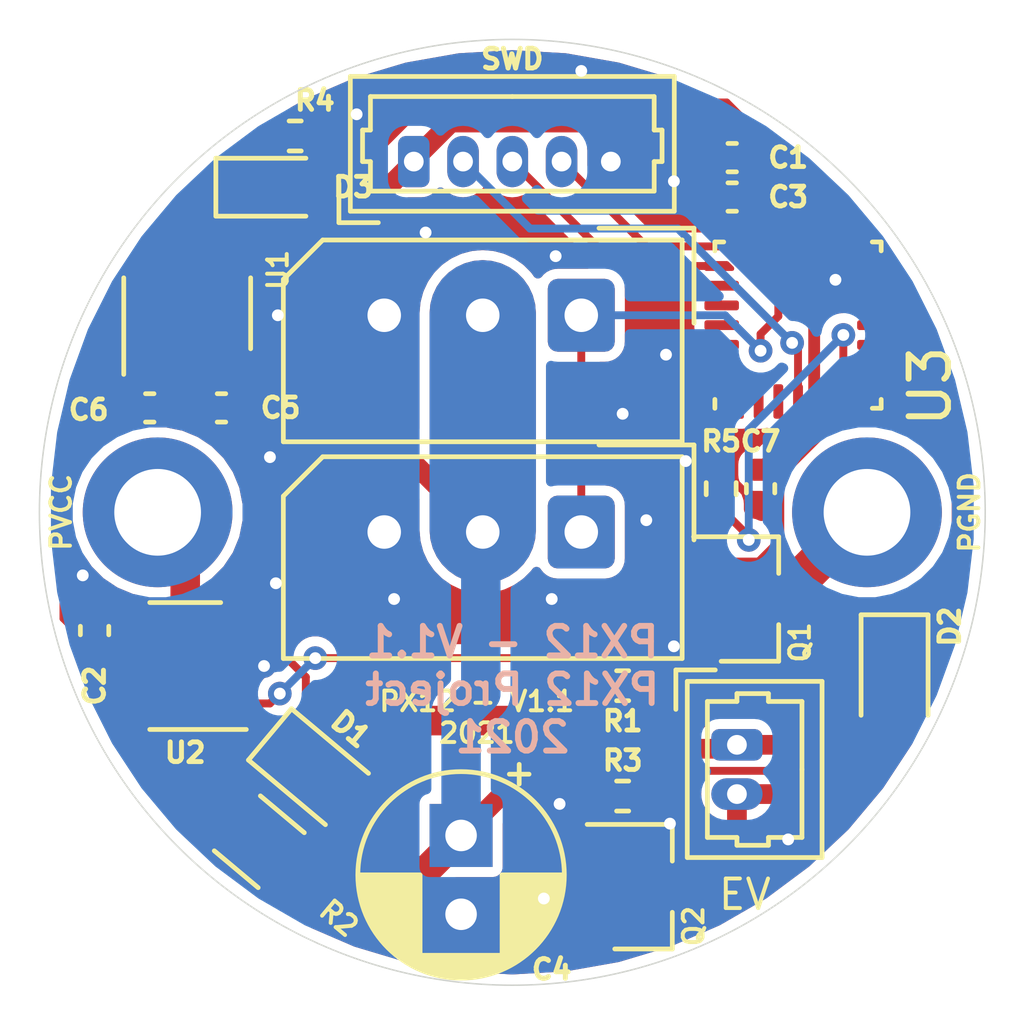
<source format=kicad_pcb>
(kicad_pcb (version 20171130) (host pcbnew "(5.1.8)-1")

  (general
    (thickness 1.6)
    (drawings 6)
    (tracks 173)
    (zones 0)
    (modules 26)
    (nets 16)
  )

  (page A4)
  (title_block
    (title "PX12 Board")
    (date 2020-11-29)
    (rev V1.0)
    (company "PX12 Project")
  )

  (layers
    (0 Front signal)
    (31 Back signal)
    (34 B.Paste user)
    (35 F.Paste user)
    (36 B.SilkS user)
    (37 F.SilkS user)
    (38 B.Mask user)
    (39 F.Mask user)
    (44 Edge.Cuts user)
    (45 Margin user)
    (46 B.CrtYd user)
    (47 F.CrtYd user)
    (49 F.Fab user hide)
  )

  (setup
    (last_trace_width 0.09)
    (user_trace_width 0.09)
    (user_trace_width 0.15)
    (user_trace_width 0.2)
    (user_trace_width 0.3)
    (user_trace_width 0.4)
    (user_trace_width 0.5)
    (user_trace_width 0.6)
    (user_trace_width 0.75)
    (user_trace_width 1)
    (trace_clearance 0.09)
    (zone_clearance 0.254)
    (zone_45_only no)
    (trace_min 0)
    (via_size 0.6)
    (via_drill 0.3)
    (via_min_size 0.4)
    (via_min_drill 0.2)
    (user_via 0.4 0.2)
    (user_via 0.6 0.3)
    (user_via 0.9 0.4)
    (uvia_size 0.6858)
    (uvia_drill 0.3302)
    (uvias_allowed no)
    (uvia_min_size 0.2)
    (uvia_min_drill 0.1)
    (edge_width 0.0381)
    (segment_width 0.254)
    (pcb_text_width 0.3048)
    (pcb_text_size 1.524 1.524)
    (mod_edge_width 0.1)
    (mod_text_size 0.5 0.5)
    (mod_text_width 0.1)
    (pad_size 3.8 3.8)
    (pad_drill 2.2)
    (pad_to_mask_clearance 0)
    (solder_mask_min_width 0.12)
    (aux_axis_origin 0 0)
    (visible_elements 7FFFFFFF)
    (pcbplotparams
      (layerselection 0x2f0fc_ffffffff)
      (usegerberextensions true)
      (usegerberattributes true)
      (usegerberadvancedattributes true)
      (creategerberjobfile true)
      (excludeedgelayer true)
      (linewidth 0.100000)
      (plotframeref false)
      (viasonmask false)
      (mode 1)
      (useauxorigin false)
      (hpglpennumber 1)
      (hpglpenspeed 20)
      (hpglpendiameter 15.000000)
      (psnegative false)
      (psa4output false)
      (plotreference true)
      (plotvalue true)
      (plotinvisibletext false)
      (padsonsilk true)
      (subtractmaskfromsilk false)
      (outputformat 1)
      (mirror false)
      (drillshape 0)
      (scaleselection 1)
      (outputdirectory "Output/"))
  )

  (net 0 "")
  (net 1 +3V3)
  (net 2 GND)
  (net 3 "Net-(D3-Pad1)")
  (net 4 RST)
  (net 5 SWCLK)
  (net 6 SWDIO)
  (net 7 Pump)
  (net 8 Valve)
  (net 9 Va)
  (net 10 /PUMP_GND)
  (net 11 VCC)
  (net 12 /VALVE_GND)
  (net 13 /P-)
  (net 14 SERIAL)
  (net 15 "Net-(D3-Pad2)")

  (net_class Default "This is the default net class."
    (clearance 0.09)
    (trace_width 0.09)
    (via_dia 0.6)
    (via_drill 0.3)
    (uvia_dia 0.6858)
    (uvia_drill 0.3302)
    (diff_pair_width 0.1524)
    (diff_pair_gap 0.254)
    (add_net +3V3)
    (add_net /P-)
    (add_net /PUMP_GND)
    (add_net /VALVE_GND)
    (add_net GND)
    (add_net "Net-(D3-Pad1)")
    (add_net "Net-(D3-Pad2)")
    (add_net Pump)
    (add_net RST)
    (add_net SERIAL)
    (add_net SWCLK)
    (add_net SWDIO)
    (add_net VCC)
    (add_net Va)
    (add_net Valve)
  )

  (module Connector_Molex:Molex_PicoBlade_53047-0210_1x02_P1.25mm_Vertical (layer Front) (tedit 5B783167) (tstamp 5FBE45B0)
    (at 180.7 105.9 270)
    (descr "Molex PicoBlade Connector System, 53047-0210, 2 Pins per row (http://www.molex.com/pdm_docs/sd/530470610_sd.pdf), generated with kicad-footprint-generator")
    (tags "connector Molex PicoBlade side entry")
    (path /5FD0F1C5)
    (fp_text reference VALVE1 (at 0.62 -3.25 90) (layer F.SilkS) hide
      (effects (font (size 1 1) (thickness 0.15)))
    )
    (fp_text value Conn_01x02_Male (at 0.62 2.35 90) (layer F.Fab)
      (effects (font (size 1 1) (thickness 0.15)))
    )
    (fp_line (start 3.25 -2.55) (end -2 -2.55) (layer F.CrtYd) (width 0.05))
    (fp_line (start 3.25 1.65) (end 3.25 -2.55) (layer F.CrtYd) (width 0.05))
    (fp_line (start -2 1.65) (end 3.25 1.65) (layer F.CrtYd) (width 0.05))
    (fp_line (start -2 -2.55) (end -2 1.65) (layer F.CrtYd) (width 0.05))
    (fp_line (start 0 0.442893) (end 0.5 1.15) (layer F.Fab) (width 0.1))
    (fp_line (start -0.5 1.15) (end 0 0.442893) (layer F.Fab) (width 0.1))
    (fp_line (start -1.9 1.55) (end -0.9 1.55) (layer F.SilkS) (width 0.12))
    (fp_line (start -1.9 1.55) (end -1.9 0.55) (layer F.SilkS) (width 0.12))
    (fp_line (start 2.35 -1.65) (end 0.625 -1.65) (layer F.SilkS) (width 0.12))
    (fp_line (start 2.35 -0.8) (end 2.35 -1.65) (layer F.SilkS) (width 0.12))
    (fp_line (start 2.55 -0.8) (end 2.35 -0.8) (layer F.SilkS) (width 0.12))
    (fp_line (start 2.55 0) (end 2.55 -0.8) (layer F.SilkS) (width 0.12))
    (fp_line (start 2.35 0) (end 2.55 0) (layer F.SilkS) (width 0.12))
    (fp_line (start 2.35 0.75) (end 2.35 0) (layer F.SilkS) (width 0.12))
    (fp_line (start 0.625 0.75) (end 2.35 0.75) (layer F.SilkS) (width 0.12))
    (fp_line (start -1.1 -1.65) (end 0.625 -1.65) (layer F.SilkS) (width 0.12))
    (fp_line (start -1.1 -0.8) (end -1.1 -1.65) (layer F.SilkS) (width 0.12))
    (fp_line (start -1.3 -0.8) (end -1.1 -0.8) (layer F.SilkS) (width 0.12))
    (fp_line (start -1.3 0) (end -1.3 -0.8) (layer F.SilkS) (width 0.12))
    (fp_line (start -1.1 0) (end -1.3 0) (layer F.SilkS) (width 0.12))
    (fp_line (start -1.1 0.75) (end -1.1 0) (layer F.SilkS) (width 0.12))
    (fp_line (start 0.625 0.75) (end -1.1 0.75) (layer F.SilkS) (width 0.12))
    (fp_line (start 2.86 -2.16) (end -1.61 -2.16) (layer F.SilkS) (width 0.12))
    (fp_line (start 2.86 1.26) (end 2.86 -2.16) (layer F.SilkS) (width 0.12))
    (fp_line (start -1.61 1.26) (end 2.86 1.26) (layer F.SilkS) (width 0.12))
    (fp_line (start -1.61 -2.16) (end -1.61 1.26) (layer F.SilkS) (width 0.12))
    (fp_line (start 2.75 -2.05) (end -1.5 -2.05) (layer F.Fab) (width 0.1))
    (fp_line (start 2.75 1.15) (end 2.75 -2.05) (layer F.Fab) (width 0.1))
    (fp_line (start -1.5 1.15) (end 2.75 1.15) (layer F.Fab) (width 0.1))
    (fp_line (start -1.5 -2.05) (end -1.5 1.15) (layer F.Fab) (width 0.1))
    (fp_text user %R (at 0.62 -1.35 90) (layer F.Fab)
      (effects (font (size 1 1) (thickness 0.15)))
    )
    (pad 1 thru_hole roundrect (at 0 0 270) (size 0.8 1.3) (drill 0.5) (layers *.Cu *.Mask) (roundrect_rratio 0.25)
      (net 11 VCC))
    (pad 2 thru_hole oval (at 1.25 0 270) (size 0.8 1.3) (drill 0.5) (layers *.Cu *.Mask)
      (net 12 /VALVE_GND))
    (model C:/Users/kmikaz/Documents/PX-12/3D/530470210.stp
      (offset (xyz 0.625 0.45 3))
      (scale (xyz 1 1 1))
      (rotate (xyz -90 0 180))
    )
  )

  (module Package_TO_SOT_SMD:SOT-23-5 (layer Front) (tedit 5A02FF57) (tstamp 5FBE8C3E)
    (at 166.75 94.95 90)
    (descr "5-pin SOT23 package")
    (tags SOT-23-5)
    (path /5FBF3BDD)
    (attr smd)
    (fp_text reference U1 (at 1.1 2.3 90) (layer F.SilkS)
      (effects (font (size 0.5 0.5) (thickness 0.1)))
    )
    (fp_text value NCP718xSN330 (at 0 2.9 90) (layer F.Fab)
      (effects (font (size 1 1) (thickness 0.15)))
    )
    (fp_line (start -0.9 1.61) (end 0.9 1.61) (layer F.SilkS) (width 0.12))
    (fp_line (start 0.9 -1.61) (end -1.55 -1.61) (layer F.SilkS) (width 0.12))
    (fp_line (start -1.9 -1.8) (end 1.9 -1.8) (layer F.CrtYd) (width 0.05))
    (fp_line (start 1.9 -1.8) (end 1.9 1.8) (layer F.CrtYd) (width 0.05))
    (fp_line (start 1.9 1.8) (end -1.9 1.8) (layer F.CrtYd) (width 0.05))
    (fp_line (start -1.9 1.8) (end -1.9 -1.8) (layer F.CrtYd) (width 0.05))
    (fp_line (start -0.9 -0.9) (end -0.25 -1.55) (layer F.Fab) (width 0.1))
    (fp_line (start 0.9 -1.55) (end -0.25 -1.55) (layer F.Fab) (width 0.1))
    (fp_line (start -0.9 -0.9) (end -0.9 1.55) (layer F.Fab) (width 0.1))
    (fp_line (start 0.9 1.55) (end -0.9 1.55) (layer F.Fab) (width 0.1))
    (fp_line (start 0.9 -1.55) (end 0.9 1.55) (layer F.Fab) (width 0.1))
    (fp_text user %R (at 0 0) (layer F.Fab)
      (effects (font (size 0.5 0.5) (thickness 0.075)))
    )
    (pad 5 smd rect (at 1.1 -0.95 90) (size 1.06 0.65) (layers Front F.Paste F.Mask)
      (net 1 +3V3))
    (pad 4 smd rect (at 1.1 0.95 90) (size 1.06 0.65) (layers Front F.Paste F.Mask))
    (pad 3 smd rect (at -1.1 0.95 90) (size 1.06 0.65) (layers Front F.Paste F.Mask)
      (net 11 VCC))
    (pad 2 smd rect (at -1.1 0 90) (size 1.06 0.65) (layers Front F.Paste F.Mask)
      (net 2 GND))
    (pad 1 smd rect (at -1.1 -0.95 90) (size 1.06 0.65) (layers Front F.Paste F.Mask)
      (net 11 VCC))
    (model ${KISYS3DMOD}/Package_TO_SOT_SMD.3dshapes/SOT-23-5.wrl
      (at (xyz 0 0 0))
      (scale (xyz 1 1 1))
      (rotate (xyz 0 0 0))
    )
  )

  (module Connector_Molex:Molex_SPOX_5267-03A_1x03_P2.50mm_Vertical (layer Front) (tedit 5B7833F7) (tstamp 60F49D20)
    (at 176.75 100.5 180)
    (descr "Molex SPOX Connector System, 5267-03A, 3 Pins per row (http://www.molex.com/pdm_docs/sd/022035035_sd.pdf), generated with kicad-footprint-generator")
    (tags "connector Molex SPOX side entry")
    (path /5FCF60B9)
    (fp_text reference AX12_2 (at 0 -2) (layer F.SilkS) hide
      (effects (font (size 1 1) (thickness 0.15)))
    )
    (fp_text value Conn_01x03_Male (at 2.5 3) (layer F.Fab)
      (effects (font (size 1 1) (thickness 0.15)))
    )
    (fp_line (start -2.45 -3.1) (end -2.45 1.8) (layer F.Fab) (width 0.1))
    (fp_line (start -2.45 1.8) (end 6.45 1.8) (layer F.Fab) (width 0.1))
    (fp_line (start 6.45 1.8) (end 7.45 0.8) (layer F.Fab) (width 0.1))
    (fp_line (start 7.45 0.8) (end 7.45 -3.1) (layer F.Fab) (width 0.1))
    (fp_line (start 7.45 -3.1) (end -2.45 -3.1) (layer F.Fab) (width 0.1))
    (fp_line (start -2.56 -3.21) (end -2.56 1.91) (layer F.SilkS) (width 0.12))
    (fp_line (start -2.56 1.91) (end 6.56 1.91) (layer F.SilkS) (width 0.12))
    (fp_line (start 6.56 1.91) (end 7.56 0.91) (layer F.SilkS) (width 0.12))
    (fp_line (start 7.56 0.91) (end 7.56 -3.21) (layer F.SilkS) (width 0.12))
    (fp_line (start 7.56 -3.21) (end -2.56 -3.21) (layer F.SilkS) (width 0.12))
    (fp_line (start -2.86 -0.2) (end -2.86 2.21) (layer F.SilkS) (width 0.12))
    (fp_line (start -2.86 2.21) (end -0.45 2.21) (layer F.SilkS) (width 0.12))
    (fp_line (start -0.5 1.8) (end 0 1.092893) (layer F.Fab) (width 0.1))
    (fp_line (start 0 1.092893) (end 0.5 1.8) (layer F.Fab) (width 0.1))
    (fp_line (start -2.95 -3.6) (end -2.95 2.3) (layer F.CrtYd) (width 0.05))
    (fp_line (start -2.95 2.3) (end 6.95 2.3) (layer F.CrtYd) (width 0.05))
    (fp_line (start 6.95 2.3) (end 7.95 1.3) (layer F.CrtYd) (width 0.05))
    (fp_line (start 7.95 1.3) (end 7.95 -3.6) (layer F.CrtYd) (width 0.05))
    (fp_line (start 7.95 -3.6) (end -2.95 -3.6) (layer F.CrtYd) (width 0.05))
    (fp_text user %R (at 2.5 -2.4) (layer F.Fab)
      (effects (font (size 1 1) (thickness 0.15)))
    )
    (pad 3 thru_hole oval (at 5 0 180) (size 1.7 1.85) (drill 0.85) (layers *.Cu *.Mask)
      (net 2 GND))
    (pad 2 thru_hole oval (at 2.5 0 180) (size 1.7 1.85) (drill 0.85) (layers *.Cu *.Mask)
      (net 11 VCC))
    (pad 1 thru_hole roundrect (at 0 0 180) (size 1.7 1.85) (drill 0.85) (layers *.Cu *.Mask) (roundrect_rratio 0.1470588235294118)
      (net 14 SERIAL))
    (model E:/22035035.stp
      (offset (xyz 2.5 0.6 3))
      (scale (xyz 1 1 1))
      (rotate (xyz -90 0 180))
    )
    (model C:/Users/kmikaz/Documents/PX-12/3D/22035035.stp
      (offset (xyz 2.5 0.5 3))
      (scale (xyz 1 1 1))
      (rotate (xyz -90 0 180))
    )
  )

  (module LED_SMD:LED_0603_1608Metric (layer Front) (tedit 5F68FEF1) (tstamp 5FBE6C50)
    (at 168.9625 91.75)
    (descr "LED SMD 0603 (1608 Metric), square (rectangular) end terminal, IPC_7351 nominal, (Body size source: http://www.tortai-tech.com/upload/download/2011102023233369053.pdf), generated with kicad-footprint-generator")
    (tags LED)
    (path /5FC0378B)
    (attr smd)
    (fp_text reference D3 (at 2 0) (layer F.SilkS)
      (effects (font (size 0.5 0.5) (thickness 0.125)))
    )
    (fp_text value LED (at 0 1.43) (layer F.Fab)
      (effects (font (size 1 1) (thickness 0.15)))
    )
    (fp_line (start 0.8 -0.4) (end -0.5 -0.4) (layer F.Fab) (width 0.1))
    (fp_line (start -0.5 -0.4) (end -0.8 -0.1) (layer F.Fab) (width 0.1))
    (fp_line (start -0.8 -0.1) (end -0.8 0.4) (layer F.Fab) (width 0.1))
    (fp_line (start -0.8 0.4) (end 0.8 0.4) (layer F.Fab) (width 0.1))
    (fp_line (start 0.8 0.4) (end 0.8 -0.4) (layer F.Fab) (width 0.1))
    (fp_line (start 0.8 -0.735) (end -1.485 -0.735) (layer F.SilkS) (width 0.12))
    (fp_line (start -1.485 -0.735) (end -1.485 0.735) (layer F.SilkS) (width 0.12))
    (fp_line (start -1.485 0.735) (end 0.8 0.735) (layer F.SilkS) (width 0.12))
    (fp_line (start -1.48 0.73) (end -1.48 -0.73) (layer F.CrtYd) (width 0.05))
    (fp_line (start -1.48 -0.73) (end 1.48 -0.73) (layer F.CrtYd) (width 0.05))
    (fp_line (start 1.48 -0.73) (end 1.48 0.73) (layer F.CrtYd) (width 0.05))
    (fp_line (start 1.48 0.73) (end -1.48 0.73) (layer F.CrtYd) (width 0.05))
    (fp_text user %R (at 0 0) (layer F.Fab)
      (effects (font (size 0.4 0.4) (thickness 0.06)))
    )
    (pad 1 smd roundrect (at -0.7875 0) (size 0.875 0.95) (layers Front F.Paste F.Mask) (roundrect_rratio 0.25)
      (net 3 "Net-(D3-Pad1)"))
    (pad 2 smd roundrect (at 0.7875 0) (size 0.875 0.95) (layers Front F.Paste F.Mask) (roundrect_rratio 0.25)
      (net 15 "Net-(D3-Pad2)"))
    (model ${KISYS3DMOD}/LED_SMD.3dshapes/LED_0603_1608Metric.wrl
      (at (xyz 0 0 0))
      (scale (xyz 1 1 1))
      (rotate (xyz 0 0 0))
    )
  )

  (module Connector_Molex:Molex_SPOX_5267-03A_1x03_P2.50mm_Vertical (layer Front) (tedit 5B7833F7) (tstamp 5FBD8457)
    (at 176.75 95 180)
    (descr "Molex SPOX Connector System, 5267-03A, 3 Pins per row (http://www.molex.com/pdm_docs/sd/022035035_sd.pdf), generated with kicad-footprint-generator")
    (tags "connector Molex SPOX side entry")
    (path /5FCEF2A8)
    (fp_text reference AX12_1 (at -1.75 0.07) (layer F.SilkS) hide
      (effects (font (size 1 1) (thickness 0.15)))
    )
    (fp_text value Conn_01x03_Male (at 2.5 3) (layer F.Fab)
      (effects (font (size 1 1) (thickness 0.15)))
    )
    (fp_line (start 7.95 -3.6) (end -2.95 -3.6) (layer F.CrtYd) (width 0.05))
    (fp_line (start 7.95 1.3) (end 7.95 -3.6) (layer F.CrtYd) (width 0.05))
    (fp_line (start 6.95 2.3) (end 7.95 1.3) (layer F.CrtYd) (width 0.05))
    (fp_line (start -2.95 2.3) (end 6.95 2.3) (layer F.CrtYd) (width 0.05))
    (fp_line (start -2.95 -3.6) (end -2.95 2.3) (layer F.CrtYd) (width 0.05))
    (fp_line (start 0 1.092893) (end 0.5 1.8) (layer F.Fab) (width 0.1))
    (fp_line (start -0.5 1.8) (end 0 1.092893) (layer F.Fab) (width 0.1))
    (fp_line (start -2.86 2.21) (end -0.45 2.21) (layer F.SilkS) (width 0.12))
    (fp_line (start -2.86 -0.2) (end -2.86 2.21) (layer F.SilkS) (width 0.12))
    (fp_line (start 7.56 -3.21) (end -2.56 -3.21) (layer F.SilkS) (width 0.12))
    (fp_line (start 7.56 0.91) (end 7.56 -3.21) (layer F.SilkS) (width 0.12))
    (fp_line (start 6.56 1.91) (end 7.56 0.91) (layer F.SilkS) (width 0.12))
    (fp_line (start -2.56 1.91) (end 6.56 1.91) (layer F.SilkS) (width 0.12))
    (fp_line (start -2.56 -3.21) (end -2.56 1.91) (layer F.SilkS) (width 0.12))
    (fp_line (start 7.45 -3.1) (end -2.45 -3.1) (layer F.Fab) (width 0.1))
    (fp_line (start 7.45 0.8) (end 7.45 -3.1) (layer F.Fab) (width 0.1))
    (fp_line (start 6.45 1.8) (end 7.45 0.8) (layer F.Fab) (width 0.1))
    (fp_line (start -2.45 1.8) (end 6.45 1.8) (layer F.Fab) (width 0.1))
    (fp_line (start -2.45 -3.1) (end -2.45 1.8) (layer F.Fab) (width 0.1))
    (fp_text user %R (at 2.5 -2.4) (layer F.Fab)
      (effects (font (size 1 1) (thickness 0.15)))
    )
    (pad 1 thru_hole roundrect (at 0 0 180) (size 1.7 1.85) (drill 0.85) (layers *.Cu *.Mask) (roundrect_rratio 0.1470588235294118)
      (net 14 SERIAL))
    (pad 2 thru_hole oval (at 2.5 0 180) (size 1.7 1.85) (drill 0.85) (layers *.Cu *.Mask)
      (net 11 VCC))
    (pad 3 thru_hole oval (at 5 0 180) (size 1.7 1.85) (drill 0.85) (layers *.Cu *.Mask)
      (net 2 GND))
    (model C:/Users/kmikaz/Documents/PX-12/3D/22035035.stp
      (offset (xyz 2.5 0.75 3))
      (scale (xyz 1 1 1))
      (rotate (xyz -90 0 180))
    )
  )

  (module Package_TO_SOT_SMD:SOT-23 (layer Front) (tedit 5A02FF57) (tstamp 5FBC55D5)
    (at 181 102.2)
    (descr "SOT-23, Standard")
    (tags SOT-23)
    (path /5FD1BD93)
    (attr smd)
    (fp_text reference Q1 (at 1.3 1.1 270) (layer F.SilkS)
      (effects (font (size 0.5 0.5) (thickness 0.1)))
    )
    (fp_text value IRLML2060 (at 0 2.5) (layer F.Fab)
      (effects (font (size 1 1) (thickness 0.15)))
    )
    (fp_line (start -0.7 -0.95) (end -0.7 1.5) (layer F.Fab) (width 0.1))
    (fp_line (start -0.15 -1.52) (end 0.7 -1.52) (layer F.Fab) (width 0.1))
    (fp_line (start -0.7 -0.95) (end -0.15 -1.52) (layer F.Fab) (width 0.1))
    (fp_line (start 0.7 -1.52) (end 0.7 1.52) (layer F.Fab) (width 0.1))
    (fp_line (start -0.7 1.52) (end 0.7 1.52) (layer F.Fab) (width 0.1))
    (fp_line (start 0.76 1.58) (end 0.76 0.65) (layer F.SilkS) (width 0.12))
    (fp_line (start 0.76 -1.58) (end 0.76 -0.65) (layer F.SilkS) (width 0.12))
    (fp_line (start -1.7 -1.75) (end 1.7 -1.75) (layer F.CrtYd) (width 0.05))
    (fp_line (start 1.7 -1.75) (end 1.7 1.75) (layer F.CrtYd) (width 0.05))
    (fp_line (start 1.7 1.75) (end -1.7 1.75) (layer F.CrtYd) (width 0.05))
    (fp_line (start -1.7 1.75) (end -1.7 -1.75) (layer F.CrtYd) (width 0.05))
    (fp_line (start 0.76 -1.58) (end -1.4 -1.58) (layer F.SilkS) (width 0.12))
    (fp_line (start 0.76 1.58) (end -0.7 1.58) (layer F.SilkS) (width 0.12))
    (fp_text user %R (at 0 0 90) (layer F.Fab)
      (effects (font (size 0.5 0.5) (thickness 0.075)))
    )
    (pad 3 smd rect (at 1 0) (size 0.9 0.8) (layers Front F.Paste F.Mask)
      (net 10 /PUMP_GND))
    (pad 2 smd rect (at -1 0.95) (size 0.9 0.8) (layers Front F.Paste F.Mask)
      (net 2 GND))
    (pad 1 smd rect (at -1 -0.95) (size 0.9 0.8) (layers Front F.Paste F.Mask)
      (net 7 Pump))
    (model ${KISYS3DMOD}/Package_TO_SOT_SMD.3dshapes/SOT-23.wrl
      (at (xyz 0 0 0))
      (scale (xyz 1 1 1))
      (rotate (xyz 0 0 0))
    )
  )

  (module Package_TO_SOT_SMD:SOT-23 (layer Front) (tedit 5A02FF57) (tstamp 5FBDA108)
    (at 178.3 109.5)
    (descr "SOT-23, Standard")
    (tags SOT-23)
    (path /5FD983D5)
    (attr smd)
    (fp_text reference Q2 (at 1.3 1 90) (layer F.SilkS)
      (effects (font (size 0.5 0.5) (thickness 0.1)))
    )
    (fp_text value IRLML2060 (at 0 2.5 180) (layer F.Fab)
      (effects (font (size 1 1) (thickness 0.15)))
    )
    (fp_line (start 0.76 1.58) (end -0.7 1.58) (layer F.SilkS) (width 0.12))
    (fp_line (start 0.76 -1.58) (end -1.4 -1.58) (layer F.SilkS) (width 0.12))
    (fp_line (start -1.7 1.75) (end -1.7 -1.75) (layer F.CrtYd) (width 0.05))
    (fp_line (start 1.7 1.75) (end -1.7 1.75) (layer F.CrtYd) (width 0.05))
    (fp_line (start 1.7 -1.75) (end 1.7 1.75) (layer F.CrtYd) (width 0.05))
    (fp_line (start -1.7 -1.75) (end 1.7 -1.75) (layer F.CrtYd) (width 0.05))
    (fp_line (start 0.76 -1.58) (end 0.76 -0.65) (layer F.SilkS) (width 0.12))
    (fp_line (start 0.76 1.58) (end 0.76 0.65) (layer F.SilkS) (width 0.12))
    (fp_line (start -0.7 1.52) (end 0.7 1.52) (layer F.Fab) (width 0.1))
    (fp_line (start 0.7 -1.52) (end 0.7 1.52) (layer F.Fab) (width 0.1))
    (fp_line (start -0.7 -0.95) (end -0.15 -1.52) (layer F.Fab) (width 0.1))
    (fp_line (start -0.15 -1.52) (end 0.7 -1.52) (layer F.Fab) (width 0.1))
    (fp_line (start -0.7 -0.95) (end -0.7 1.5) (layer F.Fab) (width 0.1))
    (fp_text user %R (at 0 0 270) (layer F.Fab)
      (effects (font (size 0.5 0.5) (thickness 0.075)))
    )
    (pad 1 smd rect (at -1 -0.95) (size 0.9 0.8) (layers Front F.Paste F.Mask)
      (net 8 Valve))
    (pad 2 smd rect (at -1 0.95) (size 0.9 0.8) (layers Front F.Paste F.Mask)
      (net 2 GND))
    (pad 3 smd rect (at 1 0) (size 0.9 0.8) (layers Front F.Paste F.Mask)
      (net 12 /VALVE_GND))
    (model ${KISYS3DMOD}/Package_TO_SOT_SMD.3dshapes/SOT-23.wrl
      (at (xyz 0 0 0))
      (scale (xyz 1 1 1))
      (rotate (xyz 0 0 0))
    )
  )

  (module Resistor_SMD:R_1206_3216Metric (layer Front) (tedit 5F68FEEE) (tstamp 5FBDB258)
    (at 168.57966 108.359923 140)
    (descr "Resistor SMD 1206 (3216 Metric), square (rectangular) end terminal, IPC_7351 nominal, (Body size source: IPC-SM-782 page 72, https://www.pcb-3d.com/wordpress/wp-content/uploads/ipc-sm-782a_amendment_1_and_2.pdf), generated with kicad-footprint-generator")
    (tags resistor)
    (path /5FE3493F)
    (attr smd)
    (fp_text reference R2 (at -2.794728 -0.187536 140) (layer F.SilkS)
      (effects (font (size 0.5 0.5) (thickness 0.1)))
    )
    (fp_text value 0.01 (at 0 1.82 140) (layer F.Fab)
      (effects (font (size 1 1) (thickness 0.15)))
    )
    (fp_line (start -1.6 0.8) (end -1.6 -0.8) (layer F.Fab) (width 0.1))
    (fp_line (start -1.6 -0.8) (end 1.6 -0.8) (layer F.Fab) (width 0.1))
    (fp_line (start 1.6 -0.8) (end 1.6 0.8) (layer F.Fab) (width 0.1))
    (fp_line (start 1.6 0.8) (end -1.6 0.8) (layer F.Fab) (width 0.1))
    (fp_line (start -0.727064 -0.91) (end 0.727064 -0.91) (layer F.SilkS) (width 0.12))
    (fp_line (start -0.727064 0.91) (end 0.727064 0.91) (layer F.SilkS) (width 0.12))
    (fp_line (start -2.28 1.12) (end -2.28 -1.12) (layer F.CrtYd) (width 0.05))
    (fp_line (start -2.28 -1.12) (end 2.28 -1.12) (layer F.CrtYd) (width 0.05))
    (fp_line (start 2.28 -1.12) (end 2.28 1.12) (layer F.CrtYd) (width 0.05))
    (fp_line (start 2.28 1.12) (end -2.28 1.12) (layer F.CrtYd) (width 0.05))
    (fp_text user %R (at 0 0 140) (layer F.Fab)
      (effects (font (size 0.8 0.8) (thickness 0.12)))
    )
    (pad 1 smd roundrect (at -1.4625 0 140) (size 1.125 1.75) (layers Front F.Paste F.Mask) (roundrect_rratio 0.2222195555555556)
      (net 11 VCC))
    (pad 2 smd roundrect (at 1.4625 0 140) (size 1.125 1.75) (layers Front F.Paste F.Mask) (roundrect_rratio 0.2222195555555556)
      (net 13 /P-))
    (model ${KISYS3DMOD}/Resistor_SMD.3dshapes/R_1206_3216Metric.wrl
      (at (xyz 0 0 0))
      (scale (xyz 1 1 1))
      (rotate (xyz 0 0 0))
    )
  )

  (module Package_TO_SOT_SMD:SOT-23-5 (layer Front) (tedit 5A02FF57) (tstamp 5FBD402C)
    (at 166.7 103.9 180)
    (descr "5-pin SOT23 package")
    (tags SOT-23-5)
    (path /5FE2F5C7)
    (attr smd)
    (fp_text reference U2 (at 0 -2.2) (layer F.SilkS)
      (effects (font (size 0.5 0.5) (thickness 0.125)))
    )
    (fp_text value INA139 (at 0 2.9) (layer F.Fab)
      (effects (font (size 1 1) (thickness 0.15)))
    )
    (fp_line (start -0.9 1.61) (end 0.9 1.61) (layer F.SilkS) (width 0.12))
    (fp_line (start 0.9 -1.61) (end -1.55 -1.61) (layer F.SilkS) (width 0.12))
    (fp_line (start -1.9 -1.8) (end 1.9 -1.8) (layer F.CrtYd) (width 0.05))
    (fp_line (start 1.9 -1.8) (end 1.9 1.8) (layer F.CrtYd) (width 0.05))
    (fp_line (start 1.9 1.8) (end -1.9 1.8) (layer F.CrtYd) (width 0.05))
    (fp_line (start -1.9 1.8) (end -1.9 -1.8) (layer F.CrtYd) (width 0.05))
    (fp_line (start -0.9 -0.9) (end -0.25 -1.55) (layer F.Fab) (width 0.1))
    (fp_line (start 0.9 -1.55) (end -0.25 -1.55) (layer F.Fab) (width 0.1))
    (fp_line (start -0.9 -0.9) (end -0.9 1.55) (layer F.Fab) (width 0.1))
    (fp_line (start 0.9 1.55) (end -0.9 1.55) (layer F.Fab) (width 0.1))
    (fp_line (start 0.9 -1.55) (end 0.9 1.55) (layer F.Fab) (width 0.1))
    (fp_text user %R (at 0 0 90) (layer F.Fab)
      (effects (font (size 0.5 0.5) (thickness 0.075)))
    )
    (pad 1 smd rect (at -1.1 -0.95 180) (size 1.06 0.65) (layers Front F.Paste F.Mask)
      (net 9 Va))
    (pad 2 smd rect (at -1.1 0 180) (size 1.06 0.65) (layers Front F.Paste F.Mask)
      (net 2 GND))
    (pad 3 smd rect (at -1.1 0.95 180) (size 1.06 0.65) (layers Front F.Paste F.Mask)
      (net 11 VCC))
    (pad 4 smd rect (at 1.1 0.95 180) (size 1.06 0.65) (layers Front F.Paste F.Mask)
      (net 13 /P-))
    (pad 5 smd rect (at 1.1 -0.95 180) (size 1.06 0.65) (layers Front F.Paste F.Mask)
      (net 1 +3V3))
    (model ${KISYS3DMOD}/Package_TO_SOT_SMD.3dshapes/SOT-23-5.wrl
      (at (xyz 0 0 0))
      (scale (xyz 1 1 1))
      (rotate (xyz 0 0 0))
    )
  )

  (module Package_DFN_QFN:QFN-28_4x4mm_P0.5mm (layer Front) (tedit 5D9F792A) (tstamp 5FBD56CE)
    (at 182.25 95.25 90)
    (descr "QFN, 28 Pin (http://www.st.com/resource/en/datasheet/stm32f031k6.pdf#page=90), generated with kicad-footprint-generator ipc_noLead_generator.py")
    (tags "QFN NoLead")
    (path /5FC1B270)
    (attr smd)
    (fp_text reference U3 (at -1.55 3.35 270) (layer F.SilkS)
      (effects (font (size 1 1) (thickness 0.15)))
    )
    (fp_text value STM32F042G4Ux (at 0 3.32 90) (layer F.Fab)
      (effects (font (size 1 1) (thickness 0.15)))
    )
    (fp_line (start 1.885 -2.11) (end 2.11 -2.11) (layer F.SilkS) (width 0.12))
    (fp_line (start 2.11 -2.11) (end 2.11 -1.885) (layer F.SilkS) (width 0.12))
    (fp_line (start -1.885 2.11) (end -2.11 2.11) (layer F.SilkS) (width 0.12))
    (fp_line (start -2.11 2.11) (end -2.11 1.885) (layer F.SilkS) (width 0.12))
    (fp_line (start 1.885 2.11) (end 2.11 2.11) (layer F.SilkS) (width 0.12))
    (fp_line (start 2.11 2.11) (end 2.11 1.885) (layer F.SilkS) (width 0.12))
    (fp_line (start -1.885 -2.11) (end -2.11 -2.11) (layer F.SilkS) (width 0.12))
    (fp_line (start -1 -2) (end 2 -2) (layer F.Fab) (width 0.1))
    (fp_line (start 2 -2) (end 2 2) (layer F.Fab) (width 0.1))
    (fp_line (start 2 2) (end -2 2) (layer F.Fab) (width 0.1))
    (fp_line (start -2 2) (end -2 -1) (layer F.Fab) (width 0.1))
    (fp_line (start -2 -1) (end -1 -2) (layer F.Fab) (width 0.1))
    (fp_line (start -2.62 -2.62) (end -2.62 2.62) (layer F.CrtYd) (width 0.05))
    (fp_line (start -2.62 2.62) (end 2.62 2.62) (layer F.CrtYd) (width 0.05))
    (fp_line (start 2.62 2.62) (end 2.62 -2.62) (layer F.CrtYd) (width 0.05))
    (fp_line (start 2.62 -2.62) (end -2.62 -2.62) (layer F.CrtYd) (width 0.05))
    (fp_text user %R (at 0 0 90) (layer F.Fab)
      (effects (font (size 1 1) (thickness 0.15)))
    )
    (pad 1 smd custom (at -1.9975 -1.5 90) (size 0.136863 0.136863) (layers Front F.Paste F.Mask)
      (options (clearance outline) (anchor circle))
      (primitives
        (gr_poly (pts
           (xy -0.3325 -0.08) (xy 0.19886 -0.08) (xy 0.3325 0.05364) (xy 0.3325 0.08) (xy -0.3325 0.08)
) (width 0.09))
      ))
    (pad 2 smd roundrect (at -1.9375 -1 90) (size 0.875 0.25) (layers Front F.Paste F.Mask) (roundrect_rratio 0.25))
    (pad 3 smd roundrect (at -1.9375 -0.5 90) (size 0.875 0.25) (layers Front F.Paste F.Mask) (roundrect_rratio 0.25))
    (pad 4 smd roundrect (at -1.9375 0 90) (size 0.875 0.25) (layers Front F.Paste F.Mask) (roundrect_rratio 0.25)
      (net 4 RST))
    (pad 5 smd roundrect (at -1.9375 0.5 90) (size 0.875 0.25) (layers Front F.Paste F.Mask) (roundrect_rratio 0.25)
      (net 1 +3V3))
    (pad 6 smd roundrect (at -1.9375 1 90) (size 0.875 0.25) (layers Front F.Paste F.Mask) (roundrect_rratio 0.25)
      (net 7 Pump))
    (pad 7 smd custom (at -1.9975 1.5 90) (size 0.136863 0.136863) (layers Front F.Paste F.Mask)
      (net 8 Valve)
      (options (clearance outline) (anchor circle))
      (primitives
        (gr_poly (pts
           (xy -0.3325 -0.08) (xy 0.3325 -0.08) (xy 0.3325 -0.05364) (xy 0.19886 0.08) (xy -0.3325 0.08)
) (width 0.09))
      ))
    (pad 8 smd custom (at -1.5 1.9975 90) (size 0.136863 0.136863) (layers Front F.Paste F.Mask)
      (net 9 Va)
      (options (clearance outline) (anchor circle))
      (primitives
        (gr_poly (pts
           (xy -0.08 -0.19886) (xy 0.05364 -0.3325) (xy 0.08 -0.3325) (xy 0.08 0.3325) (xy -0.08 0.3325)
) (width 0.09))
      ))
    (pad 9 smd roundrect (at -1 1.9375 90) (size 0.25 0.875) (layers Front F.Paste F.Mask) (roundrect_rratio 0.25))
    (pad 10 smd roundrect (at -0.5 1.9375 90) (size 0.25 0.875) (layers Front F.Paste F.Mask) (roundrect_rratio 0.25))
    (pad 11 smd roundrect (at 0 1.9375 90) (size 0.25 0.875) (layers Front F.Paste F.Mask) (roundrect_rratio 0.25))
    (pad 12 smd roundrect (at 0.5 1.9375 90) (size 0.25 0.875) (layers Front F.Paste F.Mask) (roundrect_rratio 0.25))
    (pad 13 smd roundrect (at 1 1.9375 90) (size 0.25 0.875) (layers Front F.Paste F.Mask) (roundrect_rratio 0.25))
    (pad 14 smd custom (at 1.5 1.9975 90) (size 0.136863 0.136863) (layers Front F.Paste F.Mask)
      (options (clearance outline) (anchor circle))
      (primitives
        (gr_poly (pts
           (xy -0.08 -0.3325) (xy -0.05364 -0.3325) (xy 0.08 -0.19886) (xy 0.08 0.3325) (xy -0.08 0.3325)
) (width 0.09))
      ))
    (pad 15 smd custom (at 1.9975 1.5 90) (size 0.136863 0.136863) (layers Front F.Paste F.Mask)
      (net 15 "Net-(D3-Pad2)")
      (options (clearance outline) (anchor circle))
      (primitives
        (gr_poly (pts
           (xy -0.3325 -0.08) (xy 0.3325 -0.08) (xy 0.3325 0.08) (xy -0.19886 0.08) (xy -0.3325 -0.05364)
) (width 0.09))
      ))
    (pad 16 smd roundrect (at 1.9375 1 90) (size 0.875 0.25) (layers Front F.Paste F.Mask) (roundrect_rratio 0.25)
      (net 2 GND))
    (pad 17 smd roundrect (at 1.9375 0.5 90) (size 0.875 0.25) (layers Front F.Paste F.Mask) (roundrect_rratio 0.25)
      (net 1 +3V3))
    (pad 18 smd roundrect (at 1.9375 0 90) (size 0.875 0.25) (layers Front F.Paste F.Mask) (roundrect_rratio 0.25)
      (net 1 +3V3))
    (pad 19 smd roundrect (at 1.9375 -0.5 90) (size 0.875 0.25) (layers Front F.Paste F.Mask) (roundrect_rratio 0.25)
      (net 14 SERIAL))
    (pad 20 smd roundrect (at 1.9375 -1 90) (size 0.875 0.25) (layers Front F.Paste F.Mask) (roundrect_rratio 0.25))
    (pad 21 smd custom (at 1.9975 -1.5 90) (size 0.136863 0.136863) (layers Front F.Paste F.Mask)
      (net 6 SWDIO)
      (options (clearance outline) (anchor circle))
      (primitives
        (gr_poly (pts
           (xy -0.3325 0.05364) (xy -0.19886 -0.08) (xy 0.3325 -0.08) (xy 0.3325 0.08) (xy -0.3325 0.08)
) (width 0.09))
      ))
    (pad 22 smd custom (at 1.5 -1.9975 90) (size 0.136863 0.136863) (layers Front F.Paste F.Mask)
      (net 5 SWCLK)
      (options (clearance outline) (anchor circle))
      (primitives
        (gr_poly (pts
           (xy -0.08 -0.3325) (xy 0.08 -0.3325) (xy 0.08 0.19886) (xy -0.05364 0.3325) (xy -0.08 0.3325)
) (width 0.09))
      ))
    (pad 23 smd roundrect (at 1 -1.9375 90) (size 0.25 0.875) (layers Front F.Paste F.Mask) (roundrect_rratio 0.25))
    (pad 24 smd roundrect (at 0.5 -1.9375 90) (size 0.25 0.875) (layers Front F.Paste F.Mask) (roundrect_rratio 0.25))
    (pad 25 smd roundrect (at 0 -1.9375 90) (size 0.25 0.875) (layers Front F.Paste F.Mask) (roundrect_rratio 0.25))
    (pad 26 smd roundrect (at -0.5 -1.9375 90) (size 0.25 0.875) (layers Front F.Paste F.Mask) (roundrect_rratio 0.25))
    (pad 27 smd roundrect (at -1 -1.9375 90) (size 0.25 0.875) (layers Front F.Paste F.Mask) (roundrect_rratio 0.25))
    (pad 28 smd custom (at -1.5 -1.9975 90) (size 0.136863 0.136863) (layers Front F.Paste F.Mask)
      (options (clearance outline) (anchor circle))
      (primitives
        (gr_poly (pts
           (xy -0.08 -0.3325) (xy 0.08 -0.3325) (xy 0.08 0.3325) (xy 0.05364 0.3325) (xy -0.08 0.19886)
) (width 0.09))
      ))
    (model ${KISYS3DMOD}/Package_DFN_QFN.3dshapes/QFN-28_4x4mm_P0.5mm.wrl
      (at (xyz 0 0 0))
      (scale (xyz 1 1 1))
      (rotate (xyz 0 0 0))
    )
  )

  (module Capacitor_THT:CP_Radial_D5.0mm_P2.00mm (layer Front) (tedit 5AE50EF0) (tstamp 60F4B3B3)
    (at 173.7 108.2 270)
    (descr "CP, Radial series, Radial, pin pitch=2.00mm, , diameter=5mm, Electrolytic Capacitor")
    (tags "CP Radial series Radial pin pitch 2.00mm  diameter 5mm Electrolytic Capacitor")
    (path /5FDA85E6)
    (fp_text reference C4 (at 3.4 -2.3 180) (layer F.SilkS)
      (effects (font (size 0.5 0.5) (thickness 0.125)))
    )
    (fp_text value 33µF (at 1 3.75 90) (layer F.Fab)
      (effects (font (size 1 1) (thickness 0.15)))
    )
    (fp_circle (center 1 0) (end 3.5 0) (layer F.Fab) (width 0.1))
    (fp_circle (center 1 0) (end 3.62 0) (layer F.SilkS) (width 0.12))
    (fp_circle (center 1 0) (end 3.75 0) (layer F.CrtYd) (width 0.05))
    (fp_line (start -1.133605 -1.0875) (end -0.633605 -1.0875) (layer F.Fab) (width 0.1))
    (fp_line (start -0.883605 -1.3375) (end -0.883605 -0.8375) (layer F.Fab) (width 0.1))
    (fp_line (start 1 1.04) (end 1 2.58) (layer F.SilkS) (width 0.12))
    (fp_line (start 1 -2.58) (end 1 -1.04) (layer F.SilkS) (width 0.12))
    (fp_line (start 1.04 1.04) (end 1.04 2.58) (layer F.SilkS) (width 0.12))
    (fp_line (start 1.04 -2.58) (end 1.04 -1.04) (layer F.SilkS) (width 0.12))
    (fp_line (start 1.08 -2.579) (end 1.08 -1.04) (layer F.SilkS) (width 0.12))
    (fp_line (start 1.08 1.04) (end 1.08 2.579) (layer F.SilkS) (width 0.12))
    (fp_line (start 1.12 -2.578) (end 1.12 -1.04) (layer F.SilkS) (width 0.12))
    (fp_line (start 1.12 1.04) (end 1.12 2.578) (layer F.SilkS) (width 0.12))
    (fp_line (start 1.16 -2.576) (end 1.16 -1.04) (layer F.SilkS) (width 0.12))
    (fp_line (start 1.16 1.04) (end 1.16 2.576) (layer F.SilkS) (width 0.12))
    (fp_line (start 1.2 -2.573) (end 1.2 -1.04) (layer F.SilkS) (width 0.12))
    (fp_line (start 1.2 1.04) (end 1.2 2.573) (layer F.SilkS) (width 0.12))
    (fp_line (start 1.24 -2.569) (end 1.24 -1.04) (layer F.SilkS) (width 0.12))
    (fp_line (start 1.24 1.04) (end 1.24 2.569) (layer F.SilkS) (width 0.12))
    (fp_line (start 1.28 -2.565) (end 1.28 -1.04) (layer F.SilkS) (width 0.12))
    (fp_line (start 1.28 1.04) (end 1.28 2.565) (layer F.SilkS) (width 0.12))
    (fp_line (start 1.32 -2.561) (end 1.32 -1.04) (layer F.SilkS) (width 0.12))
    (fp_line (start 1.32 1.04) (end 1.32 2.561) (layer F.SilkS) (width 0.12))
    (fp_line (start 1.36 -2.556) (end 1.36 -1.04) (layer F.SilkS) (width 0.12))
    (fp_line (start 1.36 1.04) (end 1.36 2.556) (layer F.SilkS) (width 0.12))
    (fp_line (start 1.4 -2.55) (end 1.4 -1.04) (layer F.SilkS) (width 0.12))
    (fp_line (start 1.4 1.04) (end 1.4 2.55) (layer F.SilkS) (width 0.12))
    (fp_line (start 1.44 -2.543) (end 1.44 -1.04) (layer F.SilkS) (width 0.12))
    (fp_line (start 1.44 1.04) (end 1.44 2.543) (layer F.SilkS) (width 0.12))
    (fp_line (start 1.48 -2.536) (end 1.48 -1.04) (layer F.SilkS) (width 0.12))
    (fp_line (start 1.48 1.04) (end 1.48 2.536) (layer F.SilkS) (width 0.12))
    (fp_line (start 1.52 -2.528) (end 1.52 -1.04) (layer F.SilkS) (width 0.12))
    (fp_line (start 1.52 1.04) (end 1.52 2.528) (layer F.SilkS) (width 0.12))
    (fp_line (start 1.56 -2.52) (end 1.56 -1.04) (layer F.SilkS) (width 0.12))
    (fp_line (start 1.56 1.04) (end 1.56 2.52) (layer F.SilkS) (width 0.12))
    (fp_line (start 1.6 -2.511) (end 1.6 -1.04) (layer F.SilkS) (width 0.12))
    (fp_line (start 1.6 1.04) (end 1.6 2.511) (layer F.SilkS) (width 0.12))
    (fp_line (start 1.64 -2.501) (end 1.64 -1.04) (layer F.SilkS) (width 0.12))
    (fp_line (start 1.64 1.04) (end 1.64 2.501) (layer F.SilkS) (width 0.12))
    (fp_line (start 1.68 -2.491) (end 1.68 -1.04) (layer F.SilkS) (width 0.12))
    (fp_line (start 1.68 1.04) (end 1.68 2.491) (layer F.SilkS) (width 0.12))
    (fp_line (start 1.721 -2.48) (end 1.721 -1.04) (layer F.SilkS) (width 0.12))
    (fp_line (start 1.721 1.04) (end 1.721 2.48) (layer F.SilkS) (width 0.12))
    (fp_line (start 1.761 -2.468) (end 1.761 -1.04) (layer F.SilkS) (width 0.12))
    (fp_line (start 1.761 1.04) (end 1.761 2.468) (layer F.SilkS) (width 0.12))
    (fp_line (start 1.801 -2.455) (end 1.801 -1.04) (layer F.SilkS) (width 0.12))
    (fp_line (start 1.801 1.04) (end 1.801 2.455) (layer F.SilkS) (width 0.12))
    (fp_line (start 1.841 -2.442) (end 1.841 -1.04) (layer F.SilkS) (width 0.12))
    (fp_line (start 1.841 1.04) (end 1.841 2.442) (layer F.SilkS) (width 0.12))
    (fp_line (start 1.881 -2.428) (end 1.881 -1.04) (layer F.SilkS) (width 0.12))
    (fp_line (start 1.881 1.04) (end 1.881 2.428) (layer F.SilkS) (width 0.12))
    (fp_line (start 1.921 -2.414) (end 1.921 -1.04) (layer F.SilkS) (width 0.12))
    (fp_line (start 1.921 1.04) (end 1.921 2.414) (layer F.SilkS) (width 0.12))
    (fp_line (start 1.961 -2.398) (end 1.961 -1.04) (layer F.SilkS) (width 0.12))
    (fp_line (start 1.961 1.04) (end 1.961 2.398) (layer F.SilkS) (width 0.12))
    (fp_line (start 2.001 -2.382) (end 2.001 -1.04) (layer F.SilkS) (width 0.12))
    (fp_line (start 2.001 1.04) (end 2.001 2.382) (layer F.SilkS) (width 0.12))
    (fp_line (start 2.041 -2.365) (end 2.041 -1.04) (layer F.SilkS) (width 0.12))
    (fp_line (start 2.041 1.04) (end 2.041 2.365) (layer F.SilkS) (width 0.12))
    (fp_line (start 2.081 -2.348) (end 2.081 -1.04) (layer F.SilkS) (width 0.12))
    (fp_line (start 2.081 1.04) (end 2.081 2.348) (layer F.SilkS) (width 0.12))
    (fp_line (start 2.121 -2.329) (end 2.121 -1.04) (layer F.SilkS) (width 0.12))
    (fp_line (start 2.121 1.04) (end 2.121 2.329) (layer F.SilkS) (width 0.12))
    (fp_line (start 2.161 -2.31) (end 2.161 -1.04) (layer F.SilkS) (width 0.12))
    (fp_line (start 2.161 1.04) (end 2.161 2.31) (layer F.SilkS) (width 0.12))
    (fp_line (start 2.201 -2.29) (end 2.201 -1.04) (layer F.SilkS) (width 0.12))
    (fp_line (start 2.201 1.04) (end 2.201 2.29) (layer F.SilkS) (width 0.12))
    (fp_line (start 2.241 -2.268) (end 2.241 -1.04) (layer F.SilkS) (width 0.12))
    (fp_line (start 2.241 1.04) (end 2.241 2.268) (layer F.SilkS) (width 0.12))
    (fp_line (start 2.281 -2.247) (end 2.281 -1.04) (layer F.SilkS) (width 0.12))
    (fp_line (start 2.281 1.04) (end 2.281 2.247) (layer F.SilkS) (width 0.12))
    (fp_line (start 2.321 -2.224) (end 2.321 -1.04) (layer F.SilkS) (width 0.12))
    (fp_line (start 2.321 1.04) (end 2.321 2.224) (layer F.SilkS) (width 0.12))
    (fp_line (start 2.361 -2.2) (end 2.361 -1.04) (layer F.SilkS) (width 0.12))
    (fp_line (start 2.361 1.04) (end 2.361 2.2) (layer F.SilkS) (width 0.12))
    (fp_line (start 2.401 -2.175) (end 2.401 -1.04) (layer F.SilkS) (width 0.12))
    (fp_line (start 2.401 1.04) (end 2.401 2.175) (layer F.SilkS) (width 0.12))
    (fp_line (start 2.441 -2.149) (end 2.441 -1.04) (layer F.SilkS) (width 0.12))
    (fp_line (start 2.441 1.04) (end 2.441 2.149) (layer F.SilkS) (width 0.12))
    (fp_line (start 2.481 -2.122) (end 2.481 -1.04) (layer F.SilkS) (width 0.12))
    (fp_line (start 2.481 1.04) (end 2.481 2.122) (layer F.SilkS) (width 0.12))
    (fp_line (start 2.521 -2.095) (end 2.521 -1.04) (layer F.SilkS) (width 0.12))
    (fp_line (start 2.521 1.04) (end 2.521 2.095) (layer F.SilkS) (width 0.12))
    (fp_line (start 2.561 -2.065) (end 2.561 -1.04) (layer F.SilkS) (width 0.12))
    (fp_line (start 2.561 1.04) (end 2.561 2.065) (layer F.SilkS) (width 0.12))
    (fp_line (start 2.601 -2.035) (end 2.601 -1.04) (layer F.SilkS) (width 0.12))
    (fp_line (start 2.601 1.04) (end 2.601 2.035) (layer F.SilkS) (width 0.12))
    (fp_line (start 2.641 -2.004) (end 2.641 -1.04) (layer F.SilkS) (width 0.12))
    (fp_line (start 2.641 1.04) (end 2.641 2.004) (layer F.SilkS) (width 0.12))
    (fp_line (start 2.681 -1.971) (end 2.681 -1.04) (layer F.SilkS) (width 0.12))
    (fp_line (start 2.681 1.04) (end 2.681 1.971) (layer F.SilkS) (width 0.12))
    (fp_line (start 2.721 -1.937) (end 2.721 -1.04) (layer F.SilkS) (width 0.12))
    (fp_line (start 2.721 1.04) (end 2.721 1.937) (layer F.SilkS) (width 0.12))
    (fp_line (start 2.761 -1.901) (end 2.761 -1.04) (layer F.SilkS) (width 0.12))
    (fp_line (start 2.761 1.04) (end 2.761 1.901) (layer F.SilkS) (width 0.12))
    (fp_line (start 2.801 -1.864) (end 2.801 -1.04) (layer F.SilkS) (width 0.12))
    (fp_line (start 2.801 1.04) (end 2.801 1.864) (layer F.SilkS) (width 0.12))
    (fp_line (start 2.841 -1.826) (end 2.841 -1.04) (layer F.SilkS) (width 0.12))
    (fp_line (start 2.841 1.04) (end 2.841 1.826) (layer F.SilkS) (width 0.12))
    (fp_line (start 2.881 -1.785) (end 2.881 -1.04) (layer F.SilkS) (width 0.12))
    (fp_line (start 2.881 1.04) (end 2.881 1.785) (layer F.SilkS) (width 0.12))
    (fp_line (start 2.921 -1.743) (end 2.921 -1.04) (layer F.SilkS) (width 0.12))
    (fp_line (start 2.921 1.04) (end 2.921 1.743) (layer F.SilkS) (width 0.12))
    (fp_line (start 2.961 -1.699) (end 2.961 -1.04) (layer F.SilkS) (width 0.12))
    (fp_line (start 2.961 1.04) (end 2.961 1.699) (layer F.SilkS) (width 0.12))
    (fp_line (start 3.001 -1.653) (end 3.001 -1.04) (layer F.SilkS) (width 0.12))
    (fp_line (start 3.001 1.04) (end 3.001 1.653) (layer F.SilkS) (width 0.12))
    (fp_line (start 3.041 -1.605) (end 3.041 1.605) (layer F.SilkS) (width 0.12))
    (fp_line (start 3.081 -1.554) (end 3.081 1.554) (layer F.SilkS) (width 0.12))
    (fp_line (start 3.121 -1.5) (end 3.121 1.5) (layer F.SilkS) (width 0.12))
    (fp_line (start 3.161 -1.443) (end 3.161 1.443) (layer F.SilkS) (width 0.12))
    (fp_line (start 3.201 -1.383) (end 3.201 1.383) (layer F.SilkS) (width 0.12))
    (fp_line (start 3.241 -1.319) (end 3.241 1.319) (layer F.SilkS) (width 0.12))
    (fp_line (start 3.281 -1.251) (end 3.281 1.251) (layer F.SilkS) (width 0.12))
    (fp_line (start 3.321 -1.178) (end 3.321 1.178) (layer F.SilkS) (width 0.12))
    (fp_line (start 3.361 -1.098) (end 3.361 1.098) (layer F.SilkS) (width 0.12))
    (fp_line (start 3.401 -1.011) (end 3.401 1.011) (layer F.SilkS) (width 0.12))
    (fp_line (start 3.441 -0.915) (end 3.441 0.915) (layer F.SilkS) (width 0.12))
    (fp_line (start 3.481 -0.805) (end 3.481 0.805) (layer F.SilkS) (width 0.12))
    (fp_line (start 3.521 -0.677) (end 3.521 0.677) (layer F.SilkS) (width 0.12))
    (fp_line (start 3.561 -0.518) (end 3.561 0.518) (layer F.SilkS) (width 0.12))
    (fp_line (start 3.601 -0.284) (end 3.601 0.284) (layer F.SilkS) (width 0.12))
    (fp_line (start -1.804775 -1.475) (end -1.304775 -1.475) (layer F.SilkS) (width 0.12))
    (fp_line (start -1.554775 -1.725) (end -1.554775 -1.225) (layer F.SilkS) (width 0.12))
    (fp_text user %R (at 1 0 90) (layer F.Fab)
      (effects (font (size 1 1) (thickness 0.15)))
    )
    (pad 1 thru_hole rect (at 0 0 270) (size 1.6 1.6) (drill 0.8) (layers *.Cu *.Mask)
      (net 11 VCC))
    (pad 2 thru_hole circle (at 2 0 270) (size 1.6 1.6) (drill 0.8) (layers *.Cu *.Mask)
      (net 2 GND))
    (model ${KISYS3DMOD}/Capacitor_THT.3dshapes/CP_Radial_D5.0mm_P2.00mm.wrl
      (at (xyz 0 0 0))
      (scale (xyz 1 1 1))
      (rotate (xyz 0 0 0))
    )
  )

  (module MountingHole:MountingHole_2.2mm_M2_DIN965_Pad (layer Front) (tedit 56D1B4CB) (tstamp 5FBE6AE4)
    (at 184 100)
    (descr "Mounting Hole 2.2mm, M2, DIN965")
    (tags "mounting hole 2.2mm m2 din965")
    (path /5FF97DA6)
    (attr virtual)
    (fp_text reference PGND (at 2.6 0 90) (layer F.SilkS)
      (effects (font (size 0.5 0.5) (thickness 0.1)))
    )
    (fp_text value MountingHole_Pad (at 0 2.9) (layer F.Fab)
      (effects (font (size 1 1) (thickness 0.15)))
    )
    (fp_circle (center 0 0) (end 2.15 0) (layer F.CrtYd) (width 0.05))
    (fp_circle (center 0 0) (end 1.9 0) (layer Cmts.User) (width 0.15))
    (fp_text user %R (at 0.3 0) (layer F.Fab)
      (effects (font (size 1 1) (thickness 0.15)))
    )
    (pad 1 thru_hole circle (at 0 0) (size 3.8 3.8) (drill 2.2) (layers *.Cu *.Mask)
      (net 10 /PUMP_GND))
  )

  (module MountingHole:MountingHole_2.2mm_M2_DIN965_Pad (layer Front) (tedit 56D1B4CB) (tstamp 5FBE6AEB)
    (at 166 100)
    (descr "Mounting Hole 2.2mm, M2, DIN965")
    (tags "mounting hole 2.2mm m2 din965")
    (path /5FF9404E)
    (attr virtual)
    (fp_text reference PVCC (at -2.45 0 90) (layer F.SilkS)
      (effects (font (size 0.5 0.5) (thickness 0.1)))
    )
    (fp_text value MountingHole_Pad (at 0 2.9) (layer F.Fab)
      (effects (font (size 1 1) (thickness 0.15)))
    )
    (fp_circle (center 0 0) (end 1.9 0) (layer Cmts.User) (width 0.15))
    (fp_circle (center 0 0) (end 2.15 0) (layer F.CrtYd) (width 0.05))
    (fp_text user %R (at 0.3 0) (layer F.Fab)
      (effects (font (size 1 1) (thickness 0.15)))
    )
    (pad 1 thru_hole circle (at 0 0) (size 3.8 3.8) (drill 2.2) (layers *.Cu *.Mask)
      (net 13 /P-))
  )

  (module Capacitor_SMD:C_0402_1005Metric (layer Front) (tedit 5F68FEEE) (tstamp 60F49499)
    (at 180.58 91 180)
    (descr "Capacitor SMD 0402 (1005 Metric), square (rectangular) end terminal, IPC_7351 nominal, (Body size source: IPC-SM-782 page 76, https://www.pcb-3d.com/wordpress/wp-content/uploads/ipc-sm-782a_amendment_1_and_2.pdf), generated with kicad-footprint-generator")
    (tags capacitor)
    (path /5FF84B36)
    (attr smd)
    (fp_text reference C1 (at -1.42 0) (layer F.SilkS)
      (effects (font (size 0.5 0.5) (thickness 0.125)))
    )
    (fp_text value 100nF (at 0 1.16) (layer F.Fab)
      (effects (font (size 1 1) (thickness 0.15)))
    )
    (fp_line (start -0.5 0.25) (end -0.5 -0.25) (layer F.Fab) (width 0.1))
    (fp_line (start -0.5 -0.25) (end 0.5 -0.25) (layer F.Fab) (width 0.1))
    (fp_line (start 0.5 -0.25) (end 0.5 0.25) (layer F.Fab) (width 0.1))
    (fp_line (start 0.5 0.25) (end -0.5 0.25) (layer F.Fab) (width 0.1))
    (fp_line (start -0.107836 -0.36) (end 0.107836 -0.36) (layer F.SilkS) (width 0.12))
    (fp_line (start -0.107836 0.36) (end 0.107836 0.36) (layer F.SilkS) (width 0.12))
    (fp_line (start -0.91 0.46) (end -0.91 -0.46) (layer F.CrtYd) (width 0.05))
    (fp_line (start -0.91 -0.46) (end 0.91 -0.46) (layer F.CrtYd) (width 0.05))
    (fp_line (start 0.91 -0.46) (end 0.91 0.46) (layer F.CrtYd) (width 0.05))
    (fp_line (start 0.91 0.46) (end -0.91 0.46) (layer F.CrtYd) (width 0.05))
    (fp_text user %R (at 0 0) (layer F.Fab)
      (effects (font (size 0.25 0.25) (thickness 0.04)))
    )
    (pad 2 smd roundrect (at 0.48 0 180) (size 0.56 0.62) (layers Front F.Paste F.Mask) (roundrect_rratio 0.25)
      (net 2 GND))
    (pad 1 smd roundrect (at -0.48 0 180) (size 0.56 0.62) (layers Front F.Paste F.Mask) (roundrect_rratio 0.25)
      (net 1 +3V3))
    (model ${KISYS3DMOD}/Capacitor_SMD.3dshapes/C_0402_1005Metric.wrl
      (at (xyz 0 0 0))
      (scale (xyz 1 1 1))
      (rotate (xyz 0 0 0))
    )
  )

  (module Capacitor_SMD:C_0402_1005Metric (layer Front) (tedit 5F68FEEE) (tstamp 60F494A9)
    (at 164.4 103 90)
    (descr "Capacitor SMD 0402 (1005 Metric), square (rectangular) end terminal, IPC_7351 nominal, (Body size source: IPC-SM-782 page 76, https://www.pcb-3d.com/wordpress/wp-content/uploads/ipc-sm-782a_amendment_1_and_2.pdf), generated with kicad-footprint-generator")
    (tags capacitor)
    (path /5FF8204D)
    (attr smd)
    (fp_text reference C2 (at -1.4 0 90) (layer F.SilkS)
      (effects (font (size 0.5 0.5) (thickness 0.125)))
    )
    (fp_text value 100nF (at 0 1.16 90) (layer F.Fab)
      (effects (font (size 1 1) (thickness 0.15)))
    )
    (fp_line (start 0.91 0.46) (end -0.91 0.46) (layer F.CrtYd) (width 0.05))
    (fp_line (start 0.91 -0.46) (end 0.91 0.46) (layer F.CrtYd) (width 0.05))
    (fp_line (start -0.91 -0.46) (end 0.91 -0.46) (layer F.CrtYd) (width 0.05))
    (fp_line (start -0.91 0.46) (end -0.91 -0.46) (layer F.CrtYd) (width 0.05))
    (fp_line (start -0.107836 0.36) (end 0.107836 0.36) (layer F.SilkS) (width 0.12))
    (fp_line (start -0.107836 -0.36) (end 0.107836 -0.36) (layer F.SilkS) (width 0.12))
    (fp_line (start 0.5 0.25) (end -0.5 0.25) (layer F.Fab) (width 0.1))
    (fp_line (start 0.5 -0.25) (end 0.5 0.25) (layer F.Fab) (width 0.1))
    (fp_line (start -0.5 -0.25) (end 0.5 -0.25) (layer F.Fab) (width 0.1))
    (fp_line (start -0.5 0.25) (end -0.5 -0.25) (layer F.Fab) (width 0.1))
    (fp_text user %R (at 0 0 90) (layer F.Fab)
      (effects (font (size 0.25 0.25) (thickness 0.04)))
    )
    (pad 1 smd roundrect (at -0.48 0 90) (size 0.56 0.62) (layers Front F.Paste F.Mask) (roundrect_rratio 0.25)
      (net 1 +3V3))
    (pad 2 smd roundrect (at 0.48 0 90) (size 0.56 0.62) (layers Front F.Paste F.Mask) (roundrect_rratio 0.25)
      (net 2 GND))
    (model ${KISYS3DMOD}/Capacitor_SMD.3dshapes/C_0402_1005Metric.wrl
      (at (xyz 0 0 0))
      (scale (xyz 1 1 1))
      (rotate (xyz 0 0 0))
    )
  )

  (module Capacitor_SMD:C_0402_1005Metric (layer Front) (tedit 5F68FEEE) (tstamp 60F494B9)
    (at 180.58 92 180)
    (descr "Capacitor SMD 0402 (1005 Metric), square (rectangular) end terminal, IPC_7351 nominal, (Body size source: IPC-SM-782 page 76, https://www.pcb-3d.com/wordpress/wp-content/uploads/ipc-sm-782a_amendment_1_and_2.pdf), generated with kicad-footprint-generator")
    (tags capacitor)
    (path /5FBAB811)
    (attr smd)
    (fp_text reference C3 (at -1.42 0) (layer F.SilkS)
      (effects (font (size 0.5 0.5) (thickness 0.125)))
    )
    (fp_text value 10µF (at 0 1.16) (layer F.Fab)
      (effects (font (size 1 1) (thickness 0.15)))
    )
    (fp_line (start -0.5 0.25) (end -0.5 -0.25) (layer F.Fab) (width 0.1))
    (fp_line (start -0.5 -0.25) (end 0.5 -0.25) (layer F.Fab) (width 0.1))
    (fp_line (start 0.5 -0.25) (end 0.5 0.25) (layer F.Fab) (width 0.1))
    (fp_line (start 0.5 0.25) (end -0.5 0.25) (layer F.Fab) (width 0.1))
    (fp_line (start -0.107836 -0.36) (end 0.107836 -0.36) (layer F.SilkS) (width 0.12))
    (fp_line (start -0.107836 0.36) (end 0.107836 0.36) (layer F.SilkS) (width 0.12))
    (fp_line (start -0.91 0.46) (end -0.91 -0.46) (layer F.CrtYd) (width 0.05))
    (fp_line (start -0.91 -0.46) (end 0.91 -0.46) (layer F.CrtYd) (width 0.05))
    (fp_line (start 0.91 -0.46) (end 0.91 0.46) (layer F.CrtYd) (width 0.05))
    (fp_line (start 0.91 0.46) (end -0.91 0.46) (layer F.CrtYd) (width 0.05))
    (fp_text user %R (at 0 0) (layer F.Fab)
      (effects (font (size 0.25 0.25) (thickness 0.04)))
    )
    (pad 2 smd roundrect (at 0.48 0 180) (size 0.56 0.62) (layers Front F.Paste F.Mask) (roundrect_rratio 0.25)
      (net 2 GND))
    (pad 1 smd roundrect (at -0.48 0 180) (size 0.56 0.62) (layers Front F.Paste F.Mask) (roundrect_rratio 0.25)
      (net 1 +3V3))
    (model ${KISYS3DMOD}/Capacitor_SMD.3dshapes/C_0402_1005Metric.wrl
      (at (xyz 0 0 0))
      (scale (xyz 1 1 1))
      (rotate (xyz 0 0 0))
    )
  )

  (module Capacitor_SMD:C_0402_1005Metric (layer Front) (tedit 5F68FEEE) (tstamp 60F4C0A9)
    (at 167.62 97.35 180)
    (descr "Capacitor SMD 0402 (1005 Metric), square (rectangular) end terminal, IPC_7351 nominal, (Body size source: IPC-SM-782 page 76, https://www.pcb-3d.com/wordpress/wp-content/uploads/ipc-sm-782a_amendment_1_and_2.pdf), generated with kicad-footprint-generator")
    (tags capacitor)
    (path /5FBF954A)
    (attr smd)
    (fp_text reference C5 (at -1.5 0) (layer F.SilkS)
      (effects (font (size 0.5 0.5) (thickness 0.125)))
    )
    (fp_text value 1µF (at 0 1.16) (layer F.Fab)
      (effects (font (size 1 1) (thickness 0.15)))
    )
    (fp_line (start 0.91 0.46) (end -0.91 0.46) (layer F.CrtYd) (width 0.05))
    (fp_line (start 0.91 -0.46) (end 0.91 0.46) (layer F.CrtYd) (width 0.05))
    (fp_line (start -0.91 -0.46) (end 0.91 -0.46) (layer F.CrtYd) (width 0.05))
    (fp_line (start -0.91 0.46) (end -0.91 -0.46) (layer F.CrtYd) (width 0.05))
    (fp_line (start -0.107836 0.36) (end 0.107836 0.36) (layer F.SilkS) (width 0.12))
    (fp_line (start -0.107836 -0.36) (end 0.107836 -0.36) (layer F.SilkS) (width 0.12))
    (fp_line (start 0.5 0.25) (end -0.5 0.25) (layer F.Fab) (width 0.1))
    (fp_line (start 0.5 -0.25) (end 0.5 0.25) (layer F.Fab) (width 0.1))
    (fp_line (start -0.5 -0.25) (end 0.5 -0.25) (layer F.Fab) (width 0.1))
    (fp_line (start -0.5 0.25) (end -0.5 -0.25) (layer F.Fab) (width 0.1))
    (fp_text user %R (at 0 0) (layer F.Fab)
      (effects (font (size 0.25 0.25) (thickness 0.04)))
    )
    (pad 1 smd roundrect (at -0.48 0 180) (size 0.56 0.62) (layers Front F.Paste F.Mask) (roundrect_rratio 0.25)
      (net 11 VCC))
    (pad 2 smd roundrect (at 0.48 0 180) (size 0.56 0.62) (layers Front F.Paste F.Mask) (roundrect_rratio 0.25)
      (net 2 GND))
    (model ${KISYS3DMOD}/Capacitor_SMD.3dshapes/C_0402_1005Metric.wrl
      (at (xyz 0 0 0))
      (scale (xyz 1 1 1))
      (rotate (xyz 0 0 0))
    )
  )

  (module Capacitor_SMD:C_0402_1005Metric (layer Front) (tedit 5F68FEEE) (tstamp 60F7525C)
    (at 165.8 97.35)
    (descr "Capacitor SMD 0402 (1005 Metric), square (rectangular) end terminal, IPC_7351 nominal, (Body size source: IPC-SM-782 page 76, https://www.pcb-3d.com/wordpress/wp-content/uploads/ipc-sm-782a_amendment_1_and_2.pdf), generated with kicad-footprint-generator")
    (tags capacitor)
    (path /5FBF9F34)
    (attr smd)
    (fp_text reference C6 (at -1.55 0.05) (layer F.SilkS)
      (effects (font (size 0.5 0.5) (thickness 0.125)))
    )
    (fp_text value 1µF (at 0 1.16) (layer F.Fab)
      (effects (font (size 1 1) (thickness 0.15)))
    )
    (fp_line (start -0.5 0.25) (end -0.5 -0.25) (layer F.Fab) (width 0.1))
    (fp_line (start -0.5 -0.25) (end 0.5 -0.25) (layer F.Fab) (width 0.1))
    (fp_line (start 0.5 -0.25) (end 0.5 0.25) (layer F.Fab) (width 0.1))
    (fp_line (start 0.5 0.25) (end -0.5 0.25) (layer F.Fab) (width 0.1))
    (fp_line (start -0.107836 -0.36) (end 0.107836 -0.36) (layer F.SilkS) (width 0.12))
    (fp_line (start -0.107836 0.36) (end 0.107836 0.36) (layer F.SilkS) (width 0.12))
    (fp_line (start -0.91 0.46) (end -0.91 -0.46) (layer F.CrtYd) (width 0.05))
    (fp_line (start -0.91 -0.46) (end 0.91 -0.46) (layer F.CrtYd) (width 0.05))
    (fp_line (start 0.91 -0.46) (end 0.91 0.46) (layer F.CrtYd) (width 0.05))
    (fp_line (start 0.91 0.46) (end -0.91 0.46) (layer F.CrtYd) (width 0.05))
    (fp_text user %R (at 0 0) (layer F.Fab)
      (effects (font (size 0.25 0.25) (thickness 0.04)))
    )
    (pad 2 smd roundrect (at 0.48 0) (size 0.56 0.62) (layers Front F.Paste F.Mask) (roundrect_rratio 0.25)
      (net 2 GND))
    (pad 1 smd roundrect (at -0.48 0) (size 0.56 0.62) (layers Front F.Paste F.Mask) (roundrect_rratio 0.25)
      (net 1 +3V3))
    (model ${KISYS3DMOD}/Capacitor_SMD.3dshapes/C_0402_1005Metric.wrl
      (at (xyz 0 0 0))
      (scale (xyz 1 1 1))
      (rotate (xyz 0 0 0))
    )
  )

  (module Capacitor_SMD:C_0402_1005Metric (layer Front) (tedit 5F68FEEE) (tstamp 60F494E9)
    (at 181.3 99.4 270)
    (descr "Capacitor SMD 0402 (1005 Metric), square (rectangular) end terminal, IPC_7351 nominal, (Body size source: IPC-SM-782 page 76, https://www.pcb-3d.com/wordpress/wp-content/uploads/ipc-sm-782a_amendment_1_and_2.pdf), generated with kicad-footprint-generator")
    (tags capacitor)
    (path /5FF91B6D)
    (attr smd)
    (fp_text reference C7 (at -1.2 0 180) (layer F.SilkS)
      (effects (font (size 0.5 0.5) (thickness 0.125)))
    )
    (fp_text value 100nF (at 0 1.16 90) (layer F.Fab)
      (effects (font (size 1 1) (thickness 0.15)))
    )
    (fp_line (start 0.91 0.46) (end -0.91 0.46) (layer F.CrtYd) (width 0.05))
    (fp_line (start 0.91 -0.46) (end 0.91 0.46) (layer F.CrtYd) (width 0.05))
    (fp_line (start -0.91 -0.46) (end 0.91 -0.46) (layer F.CrtYd) (width 0.05))
    (fp_line (start -0.91 0.46) (end -0.91 -0.46) (layer F.CrtYd) (width 0.05))
    (fp_line (start -0.107836 0.36) (end 0.107836 0.36) (layer F.SilkS) (width 0.12))
    (fp_line (start -0.107836 -0.36) (end 0.107836 -0.36) (layer F.SilkS) (width 0.12))
    (fp_line (start 0.5 0.25) (end -0.5 0.25) (layer F.Fab) (width 0.1))
    (fp_line (start 0.5 -0.25) (end 0.5 0.25) (layer F.Fab) (width 0.1))
    (fp_line (start -0.5 -0.25) (end 0.5 -0.25) (layer F.Fab) (width 0.1))
    (fp_line (start -0.5 0.25) (end -0.5 -0.25) (layer F.Fab) (width 0.1))
    (fp_text user %R (at 0 0 90) (layer F.Fab)
      (effects (font (size 0.25 0.25) (thickness 0.04)))
    )
    (pad 1 smd roundrect (at -0.48 0 270) (size 0.56 0.62) (layers Front F.Paste F.Mask) (roundrect_rratio 0.25)
      (net 4 RST))
    (pad 2 smd roundrect (at 0.48 0 270) (size 0.56 0.62) (layers Front F.Paste F.Mask) (roundrect_rratio 0.25)
      (net 2 GND))
    (model ${KISYS3DMOD}/Capacitor_SMD.3dshapes/C_0402_1005Metric.wrl
      (at (xyz 0 0 0))
      (scale (xyz 1 1 1))
      (rotate (xyz 0 0 0))
    )
  )

  (module Diode_SMD:D_SOD-323 (layer Front) (tedit 58641739) (tstamp 60F494F9)
    (at 170 106.6 320)
    (descr SOD-323)
    (tags SOD-323)
    (path /5FD40FA2)
    (attr smd)
    (fp_text reference D1 (at -0.017626 -1.421158 140) (layer F.SilkS)
      (effects (font (size 0.5 0.5) (thickness 0.125)))
    )
    (fp_text value BAV16WS-7-F (at 0.1 1.9 140) (layer F.Fab)
      (effects (font (size 1 1) (thickness 0.15)))
    )
    (fp_line (start -1.5 -0.85) (end 1.05 -0.85) (layer F.SilkS) (width 0.12))
    (fp_line (start -1.5 0.85) (end 1.05 0.85) (layer F.SilkS) (width 0.12))
    (fp_line (start -1.6 -0.95) (end -1.6 0.95) (layer F.CrtYd) (width 0.05))
    (fp_line (start -1.6 0.95) (end 1.6 0.95) (layer F.CrtYd) (width 0.05))
    (fp_line (start 1.6 -0.95) (end 1.6 0.95) (layer F.CrtYd) (width 0.05))
    (fp_line (start -1.6 -0.95) (end 1.6 -0.95) (layer F.CrtYd) (width 0.05))
    (fp_line (start -0.9 -0.7) (end 0.9 -0.7) (layer F.Fab) (width 0.1))
    (fp_line (start 0.9 -0.7) (end 0.9 0.7) (layer F.Fab) (width 0.1))
    (fp_line (start 0.9 0.7) (end -0.9 0.7) (layer F.Fab) (width 0.1))
    (fp_line (start -0.9 0.7) (end -0.9 -0.7) (layer F.Fab) (width 0.1))
    (fp_line (start -0.3 -0.35) (end -0.3 0.35) (layer F.Fab) (width 0.1))
    (fp_line (start -0.3 0) (end -0.5 0) (layer F.Fab) (width 0.1))
    (fp_line (start -0.3 0) (end 0.2 -0.35) (layer F.Fab) (width 0.1))
    (fp_line (start 0.2 -0.35) (end 0.2 0.35) (layer F.Fab) (width 0.1))
    (fp_line (start 0.2 0.35) (end -0.3 0) (layer F.Fab) (width 0.1))
    (fp_line (start 0.2 0) (end 0.45 0) (layer F.Fab) (width 0.1))
    (fp_line (start -1.5 -0.85) (end -1.5 0.85) (layer F.SilkS) (width 0.12))
    (fp_text user %R (at 0 -1.85 140) (layer F.Fab)
      (effects (font (size 1 1) (thickness 0.15)))
    )
    (pad 1 smd rect (at -1.05 0 320) (size 0.6 0.45) (layers Front F.Paste F.Mask)
      (net 13 /P-))
    (pad 2 smd rect (at 1.05 0 320) (size 0.6 0.45) (layers Front F.Paste F.Mask)
      (net 10 /PUMP_GND))
    (model ${KISYS3DMOD}/Diode_SMD.3dshapes/D_SOD-323.wrl
      (at (xyz 0 0 0))
      (scale (xyz 1 1 1))
      (rotate (xyz 0 0 0))
    )
  )

  (module Diode_SMD:D_SOD-323 (layer Front) (tedit 58641739) (tstamp 60F49510)
    (at 184.7 104.1 270)
    (descr SOD-323)
    (tags SOD-323)
    (path /5FD983EA)
    (attr smd)
    (fp_text reference D2 (at -1.2 -1.4 90) (layer F.SilkS)
      (effects (font (size 0.5 0.5) (thickness 0.125)))
    )
    (fp_text value BAV16WS-7-F (at 0.1 1.9 90) (layer F.Fab)
      (effects (font (size 1 1) (thickness 0.15)))
    )
    (fp_line (start -1.5 -0.85) (end -1.5 0.85) (layer F.SilkS) (width 0.12))
    (fp_line (start 0.2 0) (end 0.45 0) (layer F.Fab) (width 0.1))
    (fp_line (start 0.2 0.35) (end -0.3 0) (layer F.Fab) (width 0.1))
    (fp_line (start 0.2 -0.35) (end 0.2 0.35) (layer F.Fab) (width 0.1))
    (fp_line (start -0.3 0) (end 0.2 -0.35) (layer F.Fab) (width 0.1))
    (fp_line (start -0.3 0) (end -0.5 0) (layer F.Fab) (width 0.1))
    (fp_line (start -0.3 -0.35) (end -0.3 0.35) (layer F.Fab) (width 0.1))
    (fp_line (start -0.9 0.7) (end -0.9 -0.7) (layer F.Fab) (width 0.1))
    (fp_line (start 0.9 0.7) (end -0.9 0.7) (layer F.Fab) (width 0.1))
    (fp_line (start 0.9 -0.7) (end 0.9 0.7) (layer F.Fab) (width 0.1))
    (fp_line (start -0.9 -0.7) (end 0.9 -0.7) (layer F.Fab) (width 0.1))
    (fp_line (start -1.6 -0.95) (end 1.6 -0.95) (layer F.CrtYd) (width 0.05))
    (fp_line (start 1.6 -0.95) (end 1.6 0.95) (layer F.CrtYd) (width 0.05))
    (fp_line (start -1.6 0.95) (end 1.6 0.95) (layer F.CrtYd) (width 0.05))
    (fp_line (start -1.6 -0.95) (end -1.6 0.95) (layer F.CrtYd) (width 0.05))
    (fp_line (start -1.5 0.85) (end 1.05 0.85) (layer F.SilkS) (width 0.12))
    (fp_line (start -1.5 -0.85) (end 1.05 -0.85) (layer F.SilkS) (width 0.12))
    (fp_text user %R (at 0 -1.85 90) (layer F.Fab)
      (effects (font (size 1 1) (thickness 0.15)))
    )
    (pad 2 smd rect (at 1.05 0 270) (size 0.6 0.45) (layers Front F.Paste F.Mask)
      (net 12 /VALVE_GND))
    (pad 1 smd rect (at -1.05 0 270) (size 0.6 0.45) (layers Front F.Paste F.Mask)
      (net 11 VCC))
    (model ${KISYS3DMOD}/Diode_SMD.3dshapes/D_SOD-323.wrl
      (at (xyz 0 0 0))
      (scale (xyz 1 1 1))
      (rotate (xyz 0 0 0))
    )
  )

  (module Resistor_SMD:R_0402_1005Metric (layer Front) (tedit 5F68FEEE) (tstamp 60F49527)
    (at 177.8 104.4)
    (descr "Resistor SMD 0402 (1005 Metric), square (rectangular) end terminal, IPC_7351 nominal, (Body size source: IPC-SM-782 page 72, https://www.pcb-3d.com/wordpress/wp-content/uploads/ipc-sm-782a_amendment_1_and_2.pdf), generated with kicad-footprint-generator")
    (tags resistor)
    (path /5FD2DD3E)
    (attr smd)
    (fp_text reference R1 (at 0 0.9) (layer F.SilkS)
      (effects (font (size 0.5 0.5) (thickness 0.125)))
    )
    (fp_text value 10K (at 0 1.17) (layer F.Fab)
      (effects (font (size 1 1) (thickness 0.15)))
    )
    (fp_line (start -0.525 0.27) (end -0.525 -0.27) (layer F.Fab) (width 0.1))
    (fp_line (start -0.525 -0.27) (end 0.525 -0.27) (layer F.Fab) (width 0.1))
    (fp_line (start 0.525 -0.27) (end 0.525 0.27) (layer F.Fab) (width 0.1))
    (fp_line (start 0.525 0.27) (end -0.525 0.27) (layer F.Fab) (width 0.1))
    (fp_line (start -0.153641 -0.38) (end 0.153641 -0.38) (layer F.SilkS) (width 0.12))
    (fp_line (start -0.153641 0.38) (end 0.153641 0.38) (layer F.SilkS) (width 0.12))
    (fp_line (start -0.93 0.47) (end -0.93 -0.47) (layer F.CrtYd) (width 0.05))
    (fp_line (start -0.93 -0.47) (end 0.93 -0.47) (layer F.CrtYd) (width 0.05))
    (fp_line (start 0.93 -0.47) (end 0.93 0.47) (layer F.CrtYd) (width 0.05))
    (fp_line (start 0.93 0.47) (end -0.93 0.47) (layer F.CrtYd) (width 0.05))
    (fp_text user %R (at 0 0) (layer F.Fab)
      (effects (font (size 0.26 0.26) (thickness 0.04)))
    )
    (pad 2 smd roundrect (at 0.51 0) (size 0.54 0.64) (layers Front F.Paste F.Mask) (roundrect_rratio 0.25)
      (net 2 GND))
    (pad 1 smd roundrect (at -0.51 0) (size 0.54 0.64) (layers Front F.Paste F.Mask) (roundrect_rratio 0.25)
      (net 7 Pump))
    (model ${KISYS3DMOD}/Resistor_SMD.3dshapes/R_0402_1005Metric.wrl
      (at (xyz 0 0 0))
      (scale (xyz 1 1 1))
      (rotate (xyz 0 0 0))
    )
  )

  (module Resistor_SMD:R_0402_1005Metric (layer Front) (tedit 5F68FEEE) (tstamp 60F4A9B0)
    (at 177.8 107.2)
    (descr "Resistor SMD 0402 (1005 Metric), square (rectangular) end terminal, IPC_7351 nominal, (Body size source: IPC-SM-782 page 72, https://www.pcb-3d.com/wordpress/wp-content/uploads/ipc-sm-782a_amendment_1_and_2.pdf), generated with kicad-footprint-generator")
    (tags resistor)
    (path /5FD983E1)
    (attr smd)
    (fp_text reference R3 (at 0 -0.9) (layer F.SilkS)
      (effects (font (size 0.5 0.5) (thickness 0.125)))
    )
    (fp_text value 10K (at 0 1.17) (layer F.Fab)
      (effects (font (size 1 1) (thickness 0.15)))
    )
    (fp_line (start 0.93 0.47) (end -0.93 0.47) (layer F.CrtYd) (width 0.05))
    (fp_line (start 0.93 -0.47) (end 0.93 0.47) (layer F.CrtYd) (width 0.05))
    (fp_line (start -0.93 -0.47) (end 0.93 -0.47) (layer F.CrtYd) (width 0.05))
    (fp_line (start -0.93 0.47) (end -0.93 -0.47) (layer F.CrtYd) (width 0.05))
    (fp_line (start -0.153641 0.38) (end 0.153641 0.38) (layer F.SilkS) (width 0.12))
    (fp_line (start -0.153641 -0.38) (end 0.153641 -0.38) (layer F.SilkS) (width 0.12))
    (fp_line (start 0.525 0.27) (end -0.525 0.27) (layer F.Fab) (width 0.1))
    (fp_line (start 0.525 -0.27) (end 0.525 0.27) (layer F.Fab) (width 0.1))
    (fp_line (start -0.525 -0.27) (end 0.525 -0.27) (layer F.Fab) (width 0.1))
    (fp_line (start -0.525 0.27) (end -0.525 -0.27) (layer F.Fab) (width 0.1))
    (fp_text user %R (at 0 0) (layer F.Fab)
      (effects (font (size 0.26 0.26) (thickness 0.04)))
    )
    (pad 1 smd roundrect (at -0.51 0) (size 0.54 0.64) (layers Front F.Paste F.Mask) (roundrect_rratio 0.25)
      (net 8 Valve))
    (pad 2 smd roundrect (at 0.51 0) (size 0.54 0.64) (layers Front F.Paste F.Mask) (roundrect_rratio 0.25)
      (net 2 GND))
    (model ${KISYS3DMOD}/Resistor_SMD.3dshapes/R_0402_1005Metric.wrl
      (at (xyz 0 0 0))
      (scale (xyz 1 1 1))
      (rotate (xyz 0 0 0))
    )
  )

  (module Resistor_SMD:R_0402_1005Metric (layer Front) (tedit 5F68FEEE) (tstamp 60F49547)
    (at 169.49 90.45)
    (descr "Resistor SMD 0402 (1005 Metric), square (rectangular) end terminal, IPC_7351 nominal, (Body size source: IPC-SM-782 page 72, https://www.pcb-3d.com/wordpress/wp-content/uploads/ipc-sm-782a_amendment_1_and_2.pdf), generated with kicad-footprint-generator")
    (tags resistor)
    (path /5FC071E7)
    (attr smd)
    (fp_text reference R4 (at 0.5 -0.9) (layer F.SilkS)
      (effects (font (size 0.5 0.5) (thickness 0.125)))
    )
    (fp_text value 560 (at 0 1.17) (layer F.Fab)
      (effects (font (size 1 1) (thickness 0.15)))
    )
    (fp_line (start 0.93 0.47) (end -0.93 0.47) (layer F.CrtYd) (width 0.05))
    (fp_line (start 0.93 -0.47) (end 0.93 0.47) (layer F.CrtYd) (width 0.05))
    (fp_line (start -0.93 -0.47) (end 0.93 -0.47) (layer F.CrtYd) (width 0.05))
    (fp_line (start -0.93 0.47) (end -0.93 -0.47) (layer F.CrtYd) (width 0.05))
    (fp_line (start -0.153641 0.38) (end 0.153641 0.38) (layer F.SilkS) (width 0.12))
    (fp_line (start -0.153641 -0.38) (end 0.153641 -0.38) (layer F.SilkS) (width 0.12))
    (fp_line (start 0.525 0.27) (end -0.525 0.27) (layer F.Fab) (width 0.1))
    (fp_line (start 0.525 -0.27) (end 0.525 0.27) (layer F.Fab) (width 0.1))
    (fp_line (start -0.525 -0.27) (end 0.525 -0.27) (layer F.Fab) (width 0.1))
    (fp_line (start -0.525 0.27) (end -0.525 -0.27) (layer F.Fab) (width 0.1))
    (fp_text user %R (at 0 0) (layer F.Fab)
      (effects (font (size 0.26 0.26) (thickness 0.04)))
    )
    (pad 1 smd roundrect (at -0.51 0) (size 0.54 0.64) (layers Front F.Paste F.Mask) (roundrect_rratio 0.25)
      (net 3 "Net-(D3-Pad1)"))
    (pad 2 smd roundrect (at 0.51 0) (size 0.54 0.64) (layers Front F.Paste F.Mask) (roundrect_rratio 0.25)
      (net 2 GND))
    (model ${KISYS3DMOD}/Resistor_SMD.3dshapes/R_0402_1005Metric.wrl
      (at (xyz 0 0 0))
      (scale (xyz 1 1 1))
      (rotate (xyz 0 0 0))
    )
  )

  (module Resistor_SMD:R_0402_1005Metric (layer Front) (tedit 5F68FEEE) (tstamp 60F49557)
    (at 180.3 99.4 90)
    (descr "Resistor SMD 0402 (1005 Metric), square (rectangular) end terminal, IPC_7351 nominal, (Body size source: IPC-SM-782 page 72, https://www.pcb-3d.com/wordpress/wp-content/uploads/ipc-sm-782a_amendment_1_and_2.pdf), generated with kicad-footprint-generator")
    (tags resistor)
    (path /5FE370B9)
    (attr smd)
    (fp_text reference R5 (at 1.2 0 180) (layer F.SilkS)
      (effects (font (size 0.5 0.5) (thickness 0.125)))
    )
    (fp_text value 3K (at 0 1.17 90) (layer F.Fab)
      (effects (font (size 1 1) (thickness 0.15)))
    )
    (fp_line (start -0.525 0.27) (end -0.525 -0.27) (layer F.Fab) (width 0.1))
    (fp_line (start -0.525 -0.27) (end 0.525 -0.27) (layer F.Fab) (width 0.1))
    (fp_line (start 0.525 -0.27) (end 0.525 0.27) (layer F.Fab) (width 0.1))
    (fp_line (start 0.525 0.27) (end -0.525 0.27) (layer F.Fab) (width 0.1))
    (fp_line (start -0.153641 -0.38) (end 0.153641 -0.38) (layer F.SilkS) (width 0.12))
    (fp_line (start -0.153641 0.38) (end 0.153641 0.38) (layer F.SilkS) (width 0.12))
    (fp_line (start -0.93 0.47) (end -0.93 -0.47) (layer F.CrtYd) (width 0.05))
    (fp_line (start -0.93 -0.47) (end 0.93 -0.47) (layer F.CrtYd) (width 0.05))
    (fp_line (start 0.93 -0.47) (end 0.93 0.47) (layer F.CrtYd) (width 0.05))
    (fp_line (start 0.93 0.47) (end -0.93 0.47) (layer F.CrtYd) (width 0.05))
    (fp_text user %R (at 0 0 90) (layer F.Fab)
      (effects (font (size 0.26 0.26) (thickness 0.04)))
    )
    (pad 2 smd roundrect (at 0.51 0 90) (size 0.54 0.64) (layers Front F.Paste F.Mask) (roundrect_rratio 0.25)
      (net 2 GND))
    (pad 1 smd roundrect (at -0.51 0 90) (size 0.54 0.64) (layers Front F.Paste F.Mask) (roundrect_rratio 0.25)
      (net 9 Va))
    (model ${KISYS3DMOD}/Resistor_SMD.3dshapes/R_0402_1005Metric.wrl
      (at (xyz 0 0 0))
      (scale (xyz 1 1 1))
      (rotate (xyz 0 0 0))
    )
  )

  (module Connector_Molex:Molex_PicoBlade_53047-0510_1x05_P1.25mm_Vertical (layer Front) (tedit 5B783167) (tstamp 60F4A47D)
    (at 172.5 91.1)
    (descr "Molex PicoBlade Connector System, 53047-0510, 5 Pins per row (http://www.molex.com/pdm_docs/sd/530470610_sd.pdf), generated with kicad-footprint-generator")
    (tags "connector Molex PicoBlade side entry")
    (path /5FCD609D)
    (fp_text reference SWD (at 2.5 -2.6) (layer F.SilkS)
      (effects (font (size 0.5 0.5) (thickness 0.125)))
    )
    (fp_text value Conn_01x05_Male (at 2.5 2.35) (layer F.Fab)
      (effects (font (size 1 1) (thickness 0.15)))
    )
    (fp_line (start 7 -2.55) (end -2 -2.55) (layer F.CrtYd) (width 0.05))
    (fp_line (start 7 1.65) (end 7 -2.55) (layer F.CrtYd) (width 0.05))
    (fp_line (start -2 1.65) (end 7 1.65) (layer F.CrtYd) (width 0.05))
    (fp_line (start -2 -2.55) (end -2 1.65) (layer F.CrtYd) (width 0.05))
    (fp_line (start 0 0.442893) (end 0.5 1.15) (layer F.Fab) (width 0.1))
    (fp_line (start -0.5 1.15) (end 0 0.442893) (layer F.Fab) (width 0.1))
    (fp_line (start -1.9 1.55) (end -0.9 1.55) (layer F.SilkS) (width 0.12))
    (fp_line (start -1.9 1.55) (end -1.9 0.55) (layer F.SilkS) (width 0.12))
    (fp_line (start 6.1 -1.65) (end 2.5 -1.65) (layer F.SilkS) (width 0.12))
    (fp_line (start 6.1 -0.8) (end 6.1 -1.65) (layer F.SilkS) (width 0.12))
    (fp_line (start 6.3 -0.8) (end 6.1 -0.8) (layer F.SilkS) (width 0.12))
    (fp_line (start 6.3 0) (end 6.3 -0.8) (layer F.SilkS) (width 0.12))
    (fp_line (start 6.1 0) (end 6.3 0) (layer F.SilkS) (width 0.12))
    (fp_line (start 6.1 0.75) (end 6.1 0) (layer F.SilkS) (width 0.12))
    (fp_line (start 2.5 0.75) (end 6.1 0.75) (layer F.SilkS) (width 0.12))
    (fp_line (start -1.1 -1.65) (end 2.5 -1.65) (layer F.SilkS) (width 0.12))
    (fp_line (start -1.1 -0.8) (end -1.1 -1.65) (layer F.SilkS) (width 0.12))
    (fp_line (start -1.3 -0.8) (end -1.1 -0.8) (layer F.SilkS) (width 0.12))
    (fp_line (start -1.3 0) (end -1.3 -0.8) (layer F.SilkS) (width 0.12))
    (fp_line (start -1.1 0) (end -1.3 0) (layer F.SilkS) (width 0.12))
    (fp_line (start -1.1 0.75) (end -1.1 0) (layer F.SilkS) (width 0.12))
    (fp_line (start 2.5 0.75) (end -1.1 0.75) (layer F.SilkS) (width 0.12))
    (fp_line (start 6.61 -2.16) (end -1.61 -2.16) (layer F.SilkS) (width 0.12))
    (fp_line (start 6.61 1.26) (end 6.61 -2.16) (layer F.SilkS) (width 0.12))
    (fp_line (start -1.61 1.26) (end 6.61 1.26) (layer F.SilkS) (width 0.12))
    (fp_line (start -1.61 -2.16) (end -1.61 1.26) (layer F.SilkS) (width 0.12))
    (fp_line (start 6.5 -2.05) (end -1.5 -2.05) (layer F.Fab) (width 0.1))
    (fp_line (start 6.5 1.15) (end 6.5 -2.05) (layer F.Fab) (width 0.1))
    (fp_line (start -1.5 1.15) (end 6.5 1.15) (layer F.Fab) (width 0.1))
    (fp_line (start -1.5 -2.05) (end -1.5 1.15) (layer F.Fab) (width 0.1))
    (fp_text user %R (at 2.5 -1.35) (layer F.Fab)
      (effects (font (size 1 1) (thickness 0.15)))
    )
    (pad 1 thru_hole roundrect (at 0 0) (size 0.8 1.3) (drill 0.5) (layers *.Cu *.Mask) (roundrect_rratio 0.25)
      (net 1 +3V3))
    (pad 2 thru_hole oval (at 1.25 0) (size 0.8 1.3) (drill 0.5) (layers *.Cu *.Mask)
      (net 4 RST))
    (pad 3 thru_hole oval (at 2.5 0) (size 0.8 1.3) (drill 0.5) (layers *.Cu *.Mask)
      (net 5 SWCLK))
    (pad 4 thru_hole oval (at 3.75 0) (size 0.8 1.3) (drill 0.5) (layers *.Cu *.Mask)
      (net 6 SWDIO))
    (pad 5 thru_hole oval (at 5 0) (size 0.8 1.3) (drill 0.5) (layers *.Cu *.Mask)
      (net 2 GND))
    (model ${KISYS3DMOD}/Connector_Molex.3dshapes/Molex_PicoBlade_53047-0510_1x05_P1.25mm_Vertical.wrl
      (at (xyz 0 0 0))
      (scale (xyz 1 1 1))
      (rotate (xyz 0 0 0))
    )
    (model C:/Users/kmikaz/Documents/PX-12/3D/530470510.stp
      (offset (xyz 2.5 0.5 3.25))
      (scale (xyz 1 1 1))
      (rotate (xyz -90 0 -180))
    )
  )

  (gr_text "PX12 - V1.1\n2021" (at 174.1 105.2) (layer F.SilkS)
    (effects (font (size 0.5 0.5) (thickness 0.1)))
  )
  (gr_text "PX12 - V1.1\nPX12 Project\n2021" (at 175 104.5) (layer B.SilkS) (tstamp 5FBE8FDD)
    (effects (font (size 0.75 0.75) (thickness 0.15)) (justify mirror))
  )
  (gr_text "EV\n" (at 180.9 109.7) (layer F.SilkS)
    (effects (font (size 0.75 0.75) (thickness 0.1)))
  )
  (dimension 1.520691 (width 0.1524) (layer Dwgs.User)
    (gr_text "1,521 mm" (at 128.752153 99.478808 -80.53767779) (layer Dwgs.User)
      (effects (font (size 1.016 1.016) (thickness 0.1524)))
    )
    (feature1 (pts (xy 121 100) (xy 127.902766 98.849539)))
    (feature2 (pts (xy 121.25 101.5) (xy 128.152766 100.349539)))
    (crossbar (pts (xy 127.574324 100.445946) (xy 127.324324 98.945946)))
    (arrow1a (pts (xy 127.324324 98.945946) (xy 128.087962 99.960715)))
    (arrow1b (pts (xy 127.324324 98.945946) (xy 126.931078 100.153529)))
    (arrow2a (pts (xy 127.574324 100.445946) (xy 127.96757 99.238363)))
    (arrow2b (pts (xy 127.574324 100.445946) (xy 126.810686 99.431177)))
  )
  (dimension 11.5 (width 0.1524) (layer Dwgs.User)
    (gr_text "11,500 mm" (at 118.5 98.6792) (layer Dwgs.User)
      (effects (font (size 1.016 1.016) (thickness 0.1524)))
    )
    (feature1 (pts (xy 112.75 100) (xy 112.75 99.413579)))
    (feature2 (pts (xy 124.25 100) (xy 124.25 99.413579)))
    (crossbar (pts (xy 124.25 100) (xy 112.75 100)))
    (arrow1a (pts (xy 112.75 100) (xy 113.876504 99.413579)))
    (arrow1b (pts (xy 112.75 100) (xy 113.876504 100.586421)))
    (arrow2a (pts (xy 124.25 100) (xy 123.123496 99.413579)))
    (arrow2b (pts (xy 124.25 100) (xy 123.123496 100.586421)))
  )
  (gr_circle (center 175 100) (end 187 100) (layer Edge.Cuts) (width 0.0381) (tstamp 5FBDABBD))

  (segment (start 164.4 103.65) (end 165.6 104.85) (width 0.2) (layer Front) (net 1))
  (segment (start 164.4 103.48) (end 164.4 103.65) (width 0.2) (layer Front) (net 1))
  (segment (start 180.198828 90.10999) (end 181.06 90.971162) (width 0.5) (layer Front) (net 1))
  (segment (start 173.443478 90.10999) (end 180.198828 90.10999) (width 0.5) (layer Front) (net 1))
  (segment (start 172.5 91.053468) (end 173.443478 90.10999) (width 0.5) (layer Front) (net 1))
  (segment (start 181.06 90.971162) (end 181.06 91) (width 0.5) (layer Front) (net 1))
  (segment (start 172.5 91.1) (end 172.5 91.053468) (width 0.5) (layer Front) (net 1))
  (segment (start 181.06 91) (end 181.06 92) (width 0.5) (layer Front) (net 1))
  (segment (start 182.25 94.1) (end 182.25 93.3125) (width 0.3) (layer Front) (net 1))
  (segment (start 182.659999 94.509999) (end 182.25 94.1) (width 0.3) (layer Front) (net 1))
  (segment (start 182.659999 97.097499) (end 182.659999 94.509999) (width 0.3) (layer Front) (net 1))
  (segment (start 182.75 97.1875) (end 182.659999 97.097499) (width 0.3) (layer Front) (net 1))
  (segment (start 181.375 92) (end 181.06 92) (width 0.3) (layer Front) (net 1))
  (segment (start 182.25 92.875) (end 181.375 92) (width 0.3) (layer Front) (net 1))
  (segment (start 182.25 93.3125) (end 182.25 92.875) (width 0.3) (layer Front) (net 1))
  (segment (start 182.75 93.3125) (end 182.25 93.3125) (width 0.3) (layer Front) (net 1))
  (segment (start 170.7 92.9) (end 172.5 91.1) (width 0.5) (layer Front) (net 1))
  (segment (start 166.75 92.9) (end 170.7 92.9) (width 0.5) (layer Front) (net 1))
  (segment (start 165.8 93.85) (end 166.75 92.9) (width 0.5) (layer Front) (net 1))
  (segment (start 164.95 97.35) (end 165.32 97.35) (width 0.2) (layer Front) (net 1))
  (segment (start 163.609999 102.689999) (end 163.609999 98.690001) (width 0.2) (layer Front) (net 1))
  (segment (start 163.609999 98.690001) (end 164.95 97.35) (width 0.2) (layer Front) (net 1))
  (segment (start 164.4 103.48) (end 163.609999 102.689999) (width 0.2) (layer Front) (net 1))
  (segment (start 164.9 94.75) (end 165.8 93.85) (width 0.5) (layer Front) (net 1))
  (segment (start 164.9 96.93) (end 164.9 94.75) (width 0.5) (layer Front) (net 1))
  (segment (start 165.32 97.35) (end 164.9 96.93) (width 0.5) (layer Front) (net 1))
  (segment (start 183.25 93.3125) (end 183.25 93.635065) (width 0.2) (layer Front) (net 2) (status 30))
  (segment (start 177.25 110.4) (end 177.3 110.45) (width 0.5) (layer Front) (net 2))
  (segment (start 173.9 110.4) (end 177.25 110.4) (width 0.5) (layer Front) (net 2))
  (segment (start 173.7 110.2) (end 173.9 110.4) (width 0.5) (layer Front) (net 2))
  (via (at 168.7 103.9) (size 0.6) (drill 0.3) (layers Front Back) (net 2))
  (segment (start 167.8 103.9) (end 168.7 103.9) (width 0.2) (layer Front) (net 2))
  (segment (start 178.31 109.44) (end 177.3 110.45) (width 0.5) (layer Front) (net 2))
  (segment (start 178.31 107.2) (end 178.31 109.44) (width 0.5) (layer Front) (net 2))
  (segment (start 183.25 94.05) (end 183.2 94.1) (width 0.2) (layer Front) (net 2))
  (via (at 183.2 94.1) (size 0.6) (drill 0.3) (layers Front Back) (net 2))
  (segment (start 183.25 93.3125) (end 183.25 94.05) (width 0.2) (layer Front) (net 2))
  (segment (start 181.3 99.7) (end 181.3 99.68) (width 0.2) (layer Front) (net 2))
  (via (at 179.4 98.7) (size 0.6) (drill 0.3) (layers Front Back) (net 2))
  (via (at 171.05 89.9) (size 0.6) (drill 0.3) (layers Front Back) (net 2))
  (via (at 169.05 95) (size 0.6) (drill 0.3) (layers Front Back) (net 2))
  (via (at 172.8 92.9) (size 0.6) (drill 0.3) (layers Front Back) (net 2))
  (via (at 176.1 93.5) (size 0.6) (drill 0.3) (layers Front Back) (net 2))
  (via (at 178.9 96) (size 0.6) (drill 0.3) (layers Front Back) (net 2))
  (via (at 177.8 97.5) (size 0.6) (drill 0.3) (layers Front Back) (net 2))
  (via (at 178.4 100.2) (size 0.6) (drill 0.3) (layers Front Back) (net 2))
  (via (at 176 102.2) (size 0.6) (drill 0.3) (layers Front Back) (net 2))
  (via (at 172 102.2) (size 0.6) (drill 0.3) (layers Front Back) (net 2))
  (via (at 169 101.8) (size 0.6) (drill 0.3) (layers Front Back) (net 2))
  (via (at 176.2 107.4) (size 0.6) (drill 0.3) (layers Front Back) (net 2))
  (via (at 182 108.3) (size 0.6) (drill 0.3) (layers Front Back) (net 2))
  (via (at 179 107.9) (size 0.6) (drill 0.3) (layers Front Back) (net 2))
  (via (at 175.8 109.8) (size 0.6) (drill 0.3) (layers Front Back) (net 2))
  (via (at 179.1 103.4) (size 0.6) (drill 0.3) (layers Front Back) (net 2))
  (via (at 179.1 91.6) (size 0.6) (drill 0.3) (layers Front Back) (net 2))
  (via (at 164.1 101.6) (size 0.6) (drill 0.3) (layers Front Back) (net 2))
  (segment (start 179.59 98.89) (end 179.4 98.7) (width 0.2) (layer Front) (net 2))
  (segment (start 180.3 98.89) (end 179.59 98.89) (width 0.2) (layer Front) (net 2))
  (segment (start 181.29 99.88) (end 180.3 98.89) (width 0.2) (layer Front) (net 2))
  (segment (start 181.3 99.88) (end 181.29 99.88) (width 0.2) (layer Front) (net 2))
  (segment (start 164.4 101.9) (end 164.1 101.6) (width 0.2) (layer Front) (net 2))
  (segment (start 164.4 102.52) (end 164.4 101.9) (width 0.2) (layer Front) (net 2))
  (segment (start 166.75 96.96) (end 166.75 96.05) (width 0.5) (layer Front) (net 2))
  (segment (start 167.14 97.35) (end 166.75 96.96) (width 0.5) (layer Front) (net 2))
  (segment (start 166.67 96.96) (end 166.75 96.96) (width 0.5) (layer Front) (net 2))
  (segment (start 166.28 97.35) (end 166.67 96.96) (width 0.5) (layer Front) (net 2))
  (via (at 168.85 98.6) (size 0.6) (drill 0.3) (layers Front Back) (net 2))
  (via (at 176.75 88.8) (size 0.6) (drill 0.3) (layers Front Back) (net 2))
  (segment (start 168.175 91.255) (end 168.98 90.45) (width 0.2) (layer Front) (net 3))
  (segment (start 168.175 91.75) (end 168.175 91.255) (width 0.2) (layer Front) (net 3))
  (segment (start 179.2 92.8) (end 182.1 95.7) (width 0.2) (layer Back) (net 4))
  (segment (start 175.45 92.8) (end 179.2 92.8) (width 0.2) (layer Back) (net 4))
  (segment (start 173.75 91.1) (end 175.45 92.8) (width 0.2) (layer Back) (net 4))
  (segment (start 182.25 97.1875) (end 182.25 95.85) (width 0.2) (layer Front) (net 4))
  (segment (start 182.25 95.85) (end 182.1 95.7) (width 0.2) (layer Front) (net 4))
  (via (at 182.1 95.7) (size 0.6) (drill 0.3) (layers Front Back) (net 4))
  (segment (start 182.25 97.87) (end 182.25 97.1875) (width 0.2) (layer Front) (net 4))
  (segment (start 181.3 98.82) (end 182.25 97.87) (width 0.2) (layer Front) (net 4))
  (segment (start 181.3 98.92) (end 181.3 98.82) (width 0.2) (layer Front) (net 4))
  (segment (start 177.65 93.75) (end 180.2525 93.75) (width 0.2) (layer Front) (net 5))
  (segment (start 175 91.1) (end 177.65 93.75) (width 0.2) (layer Front) (net 5))
  (segment (start 178.4025 93.2525) (end 180.75 93.2525) (width 0.2) (layer Front) (net 6))
  (segment (start 176.25 91.1) (end 178.4025 93.2525) (width 0.2) (layer Front) (net 6))
  (segment (start 179.73499 101.48499) (end 179.8 101.55) (width 0.2) (layer Front) (net 7) (status 30))
  (segment (start 177.29 103.96) (end 180 101.25) (width 0.2) (layer Front) (net 7))
  (segment (start 177.29 104.4) (end 177.29 103.96) (width 0.2) (layer Front) (net 7))
  (segment (start 181.25 101.25) (end 180 101.25) (width 0.2) (layer Front) (net 7))
  (segment (start 181.80001 99.07499) (end 181.80001 100.69999) (width 0.2) (layer Front) (net 7))
  (segment (start 181.80001 100.69999) (end 181.25 101.25) (width 0.2) (layer Front) (net 7))
  (segment (start 183.25 97.625) (end 181.80001 99.07499) (width 0.2) (layer Front) (net 7))
  (segment (start 183.25 97.1875) (end 183.25 97.625) (width 0.2) (layer Front) (net 7))
  (segment (start 177.3 107.21) (end 177.29 107.2) (width 0.5) (layer Front) (net 8))
  (segment (start 177.3 108.55) (end 177.3 107.21) (width 0.5) (layer Front) (net 8))
  (segment (start 184.8475 97.2475) (end 183.75 97.2475) (width 0.2) (layer Front) (net 8))
  (segment (start 186.25 98.65) (end 184.8475 97.2475) (width 0.2) (layer Front) (net 8))
  (segment (start 186.25 102.367002) (end 186.25 98.65) (width 0.2) (layer Front) (net 8))
  (segment (start 182.057012 106.55999) (end 186.25 102.367002) (width 0.2) (layer Front) (net 8))
  (segment (start 177.93001 106.55999) (end 182.057012 106.55999) (width 0.2) (layer Front) (net 8))
  (segment (start 177.29 107.2) (end 177.93001 106.55999) (width 0.2) (layer Front) (net 8))
  (via (at 169.1 104.6) (size 0.6) (drill 0.3) (layers Front Back) (net 9))
  (segment (start 168.85 104.85) (end 169.1 104.6) (width 0.2) (layer Front) (net 9))
  (segment (start 167.8 104.85) (end 168.85 104.85) (width 0.2) (layer Front) (net 9))
  (via (at 170 103.7) (size 0.6) (drill 0.3) (layers Front Back) (net 9))
  (segment (start 169.1 104.6) (end 170 103.7) (width 0.2) (layer Back) (net 9))
  (segment (start 170 103.7) (end 176.357998 103.7) (width 0.2) (layer Front) (net 9))
  (via (at 181 100.7) (size 0.6) (drill 0.3) (layers Front Back) (net 9))
  (segment (start 183.4 96.257104) (end 183.4 95.5) (width 0.2) (layer Front) (net 9))
  (segment (start 184.2475 96.75) (end 183.892896 96.75) (width 0.2) (layer Front) (net 9))
  (segment (start 183.892896 96.75) (end 183.4 96.257104) (width 0.2) (layer Front) (net 9))
  (via (at 183.4 95.5) (size 0.6) (drill 0.3) (layers Front Back) (net 9))
  (segment (start 181 100.61) (end 180.3 99.91) (width 0.2) (layer Front) (net 9))
  (segment (start 181 100.7) (end 181 100.61) (width 0.2) (layer Front) (net 9))
  (segment (start 181 100.7) (end 181 97.9) (width 0.2) (layer Back) (net 9))
  (segment (start 181.35 97.55) (end 183.4 95.5) (width 0.2) (layer Back) (net 9))
  (segment (start 181 97.9) (end 181.35 97.55) (width 0.2) (layer Back) (net 9))
  (segment (start 180.147998 99.91) (end 180.3 99.91) (width 0.2) (layer Front) (net 9))
  (segment (start 176.357998 103.7) (end 180.147998 99.91) (width 0.2) (layer Front) (net 9))
  (segment (start 184 100) (end 184 100.5) (width 0.6) (layer Front) (net 10) (status 30))
  (segment (start 182 102) (end 184 100) (width 1) (layer Front) (net 10))
  (segment (start 182 102.2) (end 182 102) (width 1) (layer Front) (net 10))
  (segment (start 182 102.8) (end 182 102.2) (width 0.75) (layer Front) (net 10))
  (segment (start 179.515011 105.284989) (end 182 102.8) (width 0.75) (layer Front) (net 10))
  (segment (start 172.794285 105.284989) (end 179.515011 105.284989) (width 0.75) (layer Front) (net 10))
  (segment (start 170.804347 107.274927) (end 172.794285 105.284989) (width 0.75) (layer Front) (net 10))
  (segment (start 181.85 105.9) (end 184.7 103.05) (width 0.5) (layer Front) (net 11))
  (segment (start 180.7 105.9) (end 181.85 105.9) (width 0.5) (layer Front) (net 11))
  (segment (start 172.6 109.3) (end 173.7 108.2) (width 0.75) (layer Front) (net 11))
  (segment (start 169.7 109.3) (end 172.6 109.3) (width 0.75) (layer Front) (net 11))
  (segment (start 174.2 100.55) (end 174.25 100.5) (width 1) (layer Back) (net 11))
  (segment (start 174.2 104.6) (end 174.2 100.55) (width 1) (layer Back) (net 11))
  (segment (start 173.7 105.1) (end 174.2 104.6) (width 1) (layer Back) (net 11))
  (segment (start 173.7 105.1) (end 173.7 108.2) (width 1) (layer Back) (net 11))
  (segment (start 169.760662 109.239338) (end 169.7 109.3) (width 0.2) (layer Front) (net 11))
  (segment (start 169.760662 104.180662) (end 169.760662 109.239338) (width 0.2) (layer Front) (net 11))
  (segment (start 168.53 102.95) (end 169.760662 104.180662) (width 0.2) (layer Front) (net 11))
  (segment (start 167.8 102.95) (end 168.53 102.95) (width 0.2) (layer Front) (net 11))
  (segment (start 180.6 106) (end 180.7 105.9) (width 0.5) (layer Front) (net 11))
  (segment (start 175.9 106) (end 180.6 106) (width 0.5) (layer Front) (net 11))
  (segment (start 173.7 108.2) (end 175.9 106) (width 0.5) (layer Front) (net 11))
  (segment (start 168.1 96.45) (end 168.1 97.35) (width 0.5) (layer Front) (net 11))
  (segment (start 167.7 96.05) (end 168.1 96.45) (width 0.5) (layer Front) (net 11))
  (segment (start 171.1 97.35) (end 174.25 100.5) (width 0.5) (layer Front) (net 11))
  (segment (start 168.1 97.35) (end 171.1 97.35) (width 0.5) (layer Front) (net 11))
  (segment (start 167.7 95.532998) (end 167.7 96.05) (width 0.5) (layer Front) (net 11))
  (segment (start 167.347001 95.179999) (end 167.7 95.532998) (width 0.5) (layer Front) (net 11))
  (segment (start 166.152999 95.179999) (end 167.347001 95.179999) (width 0.5) (layer Front) (net 11))
  (segment (start 165.8 95.532998) (end 166.152999 95.179999) (width 0.5) (layer Front) (net 11))
  (segment (start 165.8 96.05) (end 165.8 95.532998) (width 0.5) (layer Front) (net 11))
  (segment (start 180.7 108.1) (end 179.3 109.5) (width 0.5) (layer Front) (net 12))
  (segment (start 180.7 107.15) (end 180.7 108.1) (width 0.5) (layer Front) (net 12))
  (segment (start 182.7 107.15) (end 184.7 105.15) (width 0.5) (layer Front) (net 12))
  (segment (start 180.7 107.15) (end 182.7 107.15) (width 0.5) (layer Front) (net 12))
  (segment (start 166.575 100.575) (end 166 100) (width 0.6) (layer Front) (net 13) (status 30))
  (segment (start 166.7 100.7) (end 166 100) (width 0.75) (layer Front) (net 13))
  (segment (start 167.45932 107.419846) (end 166.7 106.660526) (width 0.75) (layer Front) (net 13))
  (segment (start 166.65 102.95) (end 166.7 103) (width 0.75) (layer Front) (net 13))
  (segment (start 165.6 102.95) (end 166.65 102.95) (width 0.75) (layer Front) (net 13))
  (segment (start 166.7 103) (end 166.7 100.7) (width 0.75) (layer Front) (net 13))
  (segment (start 166.7 106.660526) (end 166.7 103) (width 0.75) (layer Front) (net 13))
  (segment (start 167.70088 107.419846) (end 169.195653 105.925073) (width 0.75) (layer Front) (net 13))
  (segment (start 167.45932 107.419846) (end 167.70088 107.419846) (width 0.75) (layer Front) (net 13))
  (segment (start 176.75 100.5) (end 176.75 95) (width 0.2) (layer Front) (net 14))
  (via (at 181.3 95.9) (size 0.6) (drill 0.3) (layers Front Back) (net 14))
  (segment (start 180.4 95) (end 181.3 95.9) (width 0.2) (layer Back) (net 14))
  (segment (start 176.75 95) (end 180.4 95) (width 0.2) (layer Back) (net 14))
  (segment (start 181.75 95.025736) (end 181.75 93.3125) (width 0.2) (layer Front) (net 14))
  (segment (start 181.3 95.475736) (end 181.75 95.025736) (width 0.2) (layer Front) (net 14))
  (segment (start 181.3 95.9) (end 181.3 95.475736) (width 0.2) (layer Front) (net 14))
  (segment (start 183.75 92.913294) (end 183.75 93.2525) (width 0.2) (layer Front) (net 15))
  (segment (start 180.436706 89.6) (end 183.75 92.913294) (width 0.2) (layer Front) (net 15))
  (segment (start 172.79844 89.6) (end 180.436706 89.6) (width 0.2) (layer Front) (net 15))
  (segment (start 170.64844 91.75) (end 172.79844 89.6) (width 0.2) (layer Front) (net 15))
  (segment (start 169.75 91.75) (end 170.64844 91.75) (width 0.2) (layer Front) (net 15))

  (zone (net 2) (net_name GND) (layer Front) (tstamp 60F52EF7) (hatch edge 0.508)
    (connect_pads yes (clearance 0.254))
    (min_thickness 0.254)
    (fill yes (arc_segments 32) (thermal_gap 0.508) (thermal_bridge_width 0.508) (smoothing fillet) (radius 2.5))
    (polygon
      (pts
        (xy 188 113) (xy 162 113) (xy 162 87) (xy 188 87)
      )
    )
    (filled_polygon
      (pts
        (xy 184.304589 106.92701) (xy 183.437498 107.960369) (xy 182.456304 108.886077) (xy 181.374277 109.691617) (xy 180.206048 110.366094)
        (xy 178.967417 110.900387) (xy 177.675133 111.287272) (xy 176.346672 111.521515) (xy 175 111.59995) (xy 173.653328 111.521515)
        (xy 172.324867 111.287272) (xy 171.032583 110.900387) (xy 169.96695 110.440718) (xy 170.022431 110.386435) (xy 170.299699 110.056)
        (xy 172.562871 110.056) (xy 172.6 110.059657) (xy 172.637129 110.056) (xy 172.748202 110.04506) (xy 172.890708 110.001832)
        (xy 173.022043 109.931632) (xy 173.137159 109.837159) (xy 173.160838 109.808306) (xy 173.586301 109.382843) (xy 174.5 109.382843)
        (xy 174.574689 109.375487) (xy 174.646508 109.353701) (xy 174.712696 109.318322) (xy 174.770711 109.270711) (xy 174.818322 109.212696)
        (xy 174.853701 109.146508) (xy 174.875487 109.074689) (xy 174.882843 109) (xy 174.882843 107.909525) (xy 176.161369 106.631)
        (xy 176.810556 106.631) (xy 176.78883 106.64883) (xy 176.724429 106.727302) (xy 176.676575 106.81683) (xy 176.647107 106.913974)
        (xy 176.637157 107.015) (xy 176.637157 107.385) (xy 176.647107 107.486026) (xy 176.669001 107.558201) (xy 176.669001 107.814735)
        (xy 176.637304 107.831678) (xy 176.579289 107.879289) (xy 176.531678 107.937304) (xy 176.496299 108.003492) (xy 176.474513 108.075311)
        (xy 176.467157 108.15) (xy 176.467157 108.95) (xy 176.474513 109.024689) (xy 176.496299 109.096508) (xy 176.531678 109.162696)
        (xy 176.579289 109.220711) (xy 176.637304 109.268322) (xy 176.703492 109.303701) (xy 176.775311 109.325487) (xy 176.85 109.332843)
        (xy 177.75 109.332843) (xy 177.824689 109.325487) (xy 177.896508 109.303701) (xy 177.962696 109.268322) (xy 178.020711 109.220711)
        (xy 178.068322 109.162696) (xy 178.103701 109.096508) (xy 178.125487 109.024689) (xy 178.132843 108.95) (xy 178.132843 108.15)
        (xy 178.125487 108.075311) (xy 178.103701 108.003492) (xy 178.068322 107.937304) (xy 178.020711 107.879289) (xy 177.962696 107.831678)
        (xy 177.931 107.814736) (xy 177.931 107.492266) (xy 177.932893 107.486026) (xy 177.942843 107.385) (xy 177.942843 107.227393)
        (xy 178.129247 107.04099) (xy 179.675958 107.04099) (xy 179.665222 107.15) (xy 179.680301 107.303103) (xy 179.72496 107.450322)
        (xy 179.797481 107.585999) (xy 179.895078 107.704922) (xy 180.014001 107.802519) (xy 180.069001 107.831917) (xy 180.069001 107.83863)
        (xy 179.190475 108.717157) (xy 178.85 108.717157) (xy 178.775311 108.724513) (xy 178.703492 108.746299) (xy 178.637304 108.781678)
        (xy 178.579289 108.829289) (xy 178.531678 108.887304) (xy 178.496299 108.953492) (xy 178.474513 109.025311) (xy 178.467157 109.1)
        (xy 178.467157 109.9) (xy 178.474513 109.974689) (xy 178.496299 110.046508) (xy 178.531678 110.112696) (xy 178.579289 110.170711)
        (xy 178.637304 110.218322) (xy 178.703492 110.253701) (xy 178.775311 110.275487) (xy 178.85 110.282843) (xy 179.75 110.282843)
        (xy 179.824689 110.275487) (xy 179.896508 110.253701) (xy 179.962696 110.218322) (xy 180.020711 110.170711) (xy 180.068322 110.112696)
        (xy 180.103701 110.046508) (xy 180.125487 109.974689) (xy 180.132843 109.9) (xy 180.132843 109.559525) (xy 181.124268 108.568101)
        (xy 181.148343 108.548343) (xy 181.169015 108.523155) (xy 181.227196 108.452261) (xy 181.285789 108.342642) (xy 181.32187 108.223698)
        (xy 181.325924 108.182536) (xy 181.331 108.130998) (xy 181.331 108.130991) (xy 181.334052 108.1) (xy 181.331 108.06901)
        (xy 181.331 107.831917) (xy 181.385999 107.802519) (xy 181.41222 107.781) (xy 182.66901 107.781) (xy 182.7 107.784052)
        (xy 182.73099 107.781) (xy 182.730998 107.781) (xy 182.823698 107.77187) (xy 182.942642 107.735789) (xy 183.052261 107.677196)
        (xy 183.148343 107.598343) (xy 183.168105 107.574263) (xy 184.909526 105.832843) (xy 184.925 105.832843) (xy 184.999689 105.825487)
        (xy 185.036395 105.814352)
      )
    )
    (filled_polygon
      (pts
        (xy 181.131748 101.827294) (xy 181.119 101.956727) (xy 181.114738 102) (xy 181.119 102.04327) (xy 181.119 102.243272)
        (xy 181.131748 102.372705) (xy 181.167157 102.489432) (xy 181.167157 102.563698) (xy 179.201867 104.528989) (xy 177.942843 104.528989)
        (xy 177.942843 104.215) (xy 177.932893 104.113974) (xy 177.905748 104.024488) (xy 179.897394 102.032843) (xy 180.45 102.032843)
        (xy 180.524689 102.025487) (xy 180.596508 102.003701) (xy 180.662696 101.968322) (xy 180.720711 101.920711) (xy 180.768322 101.862696)
        (xy 180.803701 101.796508) (xy 180.823573 101.731) (xy 181.160959 101.731)
      )
    )
    (filled_polygon
      (pts
        (xy 168.861461 103.961698) (xy 168.777426 103.996506) (xy 168.665888 104.071033) (xy 168.571033 104.165888) (xy 168.543395 104.207252)
        (xy 168.542696 104.206678) (xy 168.476508 104.171299) (xy 168.404689 104.149513) (xy 168.33 104.142157) (xy 167.456 104.142157)
        (xy 167.456 103.657843) (xy 168.33 103.657843) (xy 168.404689 103.650487) (xy 168.476508 103.628701) (xy 168.510367 103.610603)
      )
    )
    (filled_polygon
      (pts
        (xy 166.992157 96.58) (xy 166.999513 96.654689) (xy 167.021299 96.726508) (xy 167.056678 96.792696) (xy 167.104289 96.850711)
        (xy 167.162304 96.898322) (xy 167.228492 96.933701) (xy 167.300311 96.955487) (xy 167.375 96.962843) (xy 167.469 96.962843)
        (xy 167.469 97.006144) (xy 167.447203 97.077998) (xy 167.437157 97.18) (xy 167.437157 97.52) (xy 167.447203 97.622002)
        (xy 167.476956 97.720083) (xy 167.525272 97.810476) (xy 167.590294 97.889706) (xy 167.669524 97.954728) (xy 167.759917 98.003044)
        (xy 167.857998 98.032797) (xy 167.96 98.042843) (xy 168.24 98.042843) (xy 168.342002 98.032797) (xy 168.440083 98.003044)
        (xy 168.481324 97.981) (xy 170.838632 97.981) (xy 172.519 99.661369) (xy 172.519 100.45) (xy 172.52045 100.483207)
        (xy 172.54096 100.717632) (xy 172.552492 100.783034) (xy 172.613397 101.010336) (xy 172.636112 101.072745) (xy 172.735563 101.286018)
        (xy 172.768769 101.343533) (xy 172.903743 101.536296) (xy 172.946432 101.587171) (xy 173.112829 101.753568) (xy 173.163704 101.796257)
        (xy 173.356467 101.931231) (xy 173.413982 101.964437) (xy 173.627255 102.063888) (xy 173.689664 102.086603) (xy 173.916966 102.147508)
        (xy 173.982368 102.15904) (xy 174.216793 102.17955) (xy 174.283207 102.17955) (xy 174.517632 102.15904) (xy 174.583034 102.147508)
        (xy 174.810336 102.086603) (xy 174.872745 102.063888) (xy 175.086018 101.964437) (xy 175.143533 101.931231) (xy 175.336296 101.796257)
        (xy 175.387171 101.753568) (xy 175.553568 101.587171) (xy 175.596257 101.536296) (xy 175.614825 101.509779) (xy 175.62381 101.526589)
        (xy 175.702512 101.622488) (xy 175.798411 101.70119) (xy 175.907821 101.759671) (xy 176.026538 101.795683) (xy 176.15 101.807843)
        (xy 177.35 101.807843) (xy 177.473462 101.795683) (xy 177.592179 101.759671) (xy 177.647844 101.729917) (xy 176.158762 103.219)
        (xy 170.482079 103.219) (xy 170.434112 103.171033) (xy 170.322574 103.096506) (xy 170.19864 103.045171) (xy 170.067073 103.019)
        (xy 169.932927 103.019) (xy 169.80136 103.045171) (xy 169.677426 103.096506) (xy 169.565888 103.171033) (xy 169.498579 103.238342)
        (xy 168.88683 102.626594) (xy 168.871764 102.608236) (xy 168.798522 102.548128) (xy 168.714961 102.503464) (xy 168.688876 102.495551)
        (xy 168.683701 102.478492) (xy 168.648322 102.412304) (xy 168.600711 102.354289) (xy 168.542696 102.306678) (xy 168.476508 102.271299)
        (xy 168.404689 102.249513) (xy 168.33 102.242157) (xy 167.456 102.242157) (xy 167.456 101.769822) (xy 167.771769 101.454053)
        (xy 168.021396 101.080459) (xy 168.193343 100.665343) (xy 168.281 100.224659) (xy 168.281 99.775341) (xy 168.193343 99.334657)
        (xy 168.021396 98.919541) (xy 167.771769 98.545947) (xy 167.454053 98.228231) (xy 167.080459 97.978604) (xy 166.665343 97.806657)
        (xy 166.224659 97.719) (xy 165.943373 97.719) (xy 165.972797 97.622002) (xy 165.982843 97.52) (xy 165.982843 97.18)
        (xy 165.972797 97.077998) (xy 165.943044 96.979917) (xy 165.933918 96.962843) (xy 166.125 96.962843) (xy 166.199689 96.955487)
        (xy 166.271508 96.933701) (xy 166.337696 96.898322) (xy 166.395711 96.850711) (xy 166.443322 96.792696) (xy 166.478701 96.726508)
        (xy 166.500487 96.654689) (xy 166.507843 96.58) (xy 166.507843 95.810999) (xy 166.992157 95.810999)
      )
    )
    (filled_polygon
      (pts
        (xy 164.228231 101.454053) (xy 164.545947 101.771769) (xy 164.919541 102.021396) (xy 165.334657 102.193343) (xy 165.428496 102.212009)
        (xy 165.329108 102.242157) (xy 165.07 102.242157) (xy 164.995311 102.249513) (xy 164.923492 102.271299) (xy 164.857304 102.306678)
        (xy 164.799289 102.354289) (xy 164.751678 102.412304) (xy 164.716299 102.478492) (xy 164.694513 102.550311) (xy 164.687157 102.625)
        (xy 164.687157 102.8318) (xy 164.672002 102.827203) (xy 164.57 102.817157) (xy 164.417394 102.817157) (xy 164.090999 102.490763)
        (xy 164.090999 101.24867)
      )
    )
    (filled_polygon
      (pts
        (xy 179.492157 94.3125) (xy 179.500714 94.399382) (xy 179.526057 94.482925) (xy 179.535184 94.5) (xy 179.526057 94.517075)
        (xy 179.500714 94.600618) (xy 179.492157 94.6875) (xy 179.492157 94.8125) (xy 179.500714 94.899382) (xy 179.526057 94.982925)
        (xy 179.535184 95) (xy 179.526057 95.017075) (xy 179.500714 95.100618) (xy 179.492157 95.1875) (xy 179.492157 95.3125)
        (xy 179.500714 95.399382) (xy 179.526057 95.482925) (xy 179.535184 95.5) (xy 179.526057 95.517075) (xy 179.500714 95.600618)
        (xy 179.492157 95.6875) (xy 179.492157 95.8125) (xy 179.500714 95.899382) (xy 179.526057 95.982925) (xy 179.535184 96)
        (xy 179.526057 96.017075) (xy 179.500714 96.100618) (xy 179.492157 96.1875) (xy 179.492157 96.3125) (xy 179.500714 96.399382)
        (xy 179.526057 96.482925) (xy 179.53188 96.493819) (xy 179.512057 96.541679) (xy 179.509497 96.550121) (xy 179.494867 96.623681)
        (xy 179.494002 96.63246) (xy 179.492157 96.67) (xy 179.492157 96.83) (xy 179.494002 96.86754) (xy 179.494867 96.876319)
        (xy 179.509497 96.949879) (xy 179.512057 96.958321) (xy 179.540797 97.027709) (xy 179.544956 97.035489) (xy 179.586638 97.097869)
        (xy 179.592234 97.104688) (xy 179.645312 97.157766) (xy 179.652131 97.163362) (xy 179.714511 97.205044) (xy 179.722291 97.209203)
        (xy 179.791679 97.237943) (xy 179.800121 97.240503) (xy 179.873681 97.255133) (xy 179.88246 97.255998) (xy 179.92 97.257843)
        (xy 180.242157 97.257843) (xy 180.242157 97.58) (xy 180.244002 97.61754) (xy 180.244867 97.626319) (xy 180.259497 97.699879)
        (xy 180.262057 97.708321) (xy 180.290797 97.777709) (xy 180.294956 97.785489) (xy 180.336638 97.847869) (xy 180.342234 97.854688)
        (xy 180.395312 97.907766) (xy 180.402131 97.913362) (xy 180.464511 97.955044) (xy 180.472291 97.959203) (xy 180.541679 97.987943)
        (xy 180.550121 97.990503) (xy 180.623681 98.005133) (xy 180.63246 98.005998) (xy 180.67 98.007843) (xy 180.83 98.007843)
        (xy 180.86754 98.005998) (xy 180.876319 98.005133) (xy 180.949879 97.990503) (xy 180.958321 97.987943) (xy 181.006181 97.96812)
        (xy 181.017075 97.973943) (xy 181.100618 97.999286) (xy 181.1875 98.007843) (xy 181.3125 98.007843) (xy 181.399382 97.999286)
        (xy 181.458372 97.981391) (xy 181.182607 98.257157) (xy 181.13 98.257157) (xy 181.027998 98.267203) (xy 180.929917 98.296956)
        (xy 180.839524 98.345272) (xy 180.760294 98.410294) (xy 180.695272 98.489524) (xy 180.646956 98.579917) (xy 180.617203 98.677998)
        (xy 180.607157 98.78) (xy 180.607157 99.06) (xy 180.617203 99.162002) (xy 180.646956 99.260083) (xy 180.663228 99.290526)
        (xy 180.586026 99.267107) (xy 180.485 99.257157) (xy 180.115 99.257157) (xy 180.013974 99.267107) (xy 179.91683 99.296575)
        (xy 179.827302 99.344429) (xy 179.74883 99.40883) (xy 179.684429 99.487302) (xy 179.636575 99.57683) (xy 179.607107 99.673974)
        (xy 179.597157 99.775) (xy 179.597157 99.780604) (xy 177.904917 101.472844) (xy 177.934671 101.417179) (xy 177.970683 101.298462)
        (xy 177.982843 101.175) (xy 177.982843 99.825) (xy 177.970683 99.701538) (xy 177.934671 99.582821) (xy 177.87619 99.473411)
        (xy 177.797488 99.377512) (xy 177.701589 99.29881) (xy 177.592179 99.240329) (xy 177.473462 99.204317) (xy 177.35 99.192157)
        (xy 177.231 99.192157) (xy 177.231 96.307843) (xy 177.35 96.307843) (xy 177.473462 96.295683) (xy 177.592179 96.259671)
        (xy 177.701589 96.20119) (xy 177.797488 96.122488) (xy 177.87619 96.026589) (xy 177.934671 95.917179) (xy 177.970683 95.798462)
        (xy 177.982843 95.675) (xy 177.982843 94.325) (xy 177.973585 94.231) (xy 179.492157 94.231)
      )
    )
    (filled_polygon
      (pts
        (xy 181.027998 99.572797) (xy 181.13 99.582843) (xy 181.31901 99.582843) (xy 181.319011 100.09503) (xy 181.19864 100.045171)
        (xy 181.09474 100.024503) (xy 181.002843 99.932606) (xy 181.002843 99.775) (xy 180.992893 99.673974) (xy 180.963425 99.57683)
        (xy 180.948356 99.548637)
      )
    )
    (filled_polygon
      (pts
        (xy 174.445079 91.904922) (xy 174.564002 92.002519) (xy 174.699679 92.07504) (xy 174.846898 92.119699) (xy 175 92.134778)
        (xy 175.153103 92.119699) (xy 175.296088 92.076324) (xy 176.91192 93.692157) (xy 176.15 93.692157) (xy 176.026538 93.704317)
        (xy 175.907821 93.740329) (xy 175.798411 93.79881) (xy 175.702512 93.877512) (xy 175.650393 93.941019) (xy 175.596257 93.863704)
        (xy 175.553568 93.812829) (xy 175.387171 93.646432) (xy 175.336296 93.603743) (xy 175.143533 93.468769) (xy 175.086018 93.435563)
        (xy 174.872745 93.336112) (xy 174.810336 93.313397) (xy 174.583034 93.252492) (xy 174.517632 93.24096) (xy 174.283207 93.22045)
        (xy 174.216793 93.22045) (xy 173.982368 93.24096) (xy 173.916966 93.252492) (xy 173.689664 93.313397) (xy 173.627255 93.336112)
        (xy 173.413982 93.435563) (xy 173.356467 93.468769) (xy 173.163704 93.603743) (xy 173.112829 93.646432) (xy 172.946432 93.812829)
        (xy 172.903743 93.863704) (xy 172.768769 94.056467) (xy 172.735563 94.113982) (xy 172.636112 94.327255) (xy 172.613397 94.389664)
        (xy 172.552492 94.616966) (xy 172.54096 94.682368) (xy 172.52045 94.916793) (xy 172.519 94.95) (xy 172.519 97.876632)
        (xy 171.568103 96.925735) (xy 171.548343 96.901657) (xy 171.452261 96.822804) (xy 171.342642 96.764211) (xy 171.223698 96.72813)
        (xy 171.130998 96.719) (xy 171.13099 96.719) (xy 171.1 96.715948) (xy 171.06901 96.719) (xy 168.731 96.719)
        (xy 168.731 96.480987) (xy 168.734052 96.449999) (xy 168.731 96.419011) (xy 168.731 96.419002) (xy 168.72187 96.326302)
        (xy 168.685789 96.207358) (xy 168.627196 96.097739) (xy 168.548343 96.001657) (xy 168.524259 95.981892) (xy 168.407843 95.865476)
        (xy 168.407843 95.52) (xy 168.400487 95.445311) (xy 168.378701 95.373492) (xy 168.343322 95.307304) (xy 168.295711 95.249289)
        (xy 168.238931 95.202692) (xy 168.227196 95.180737) (xy 168.148343 95.084655) (xy 168.124264 95.064894) (xy 167.822213 94.762843)
        (xy 168.025 94.762843) (xy 168.099689 94.755487) (xy 168.171508 94.733701) (xy 168.237696 94.698322) (xy 168.295711 94.650711)
        (xy 168.343322 94.592696) (xy 168.378701 94.526508) (xy 168.400487 94.454689) (xy 168.407843 94.38) (xy 168.407843 93.531)
        (xy 170.66901 93.531) (xy 170.7 93.534052) (xy 170.73099 93.531) (xy 170.730998 93.531) (xy 170.823698 93.52187)
        (xy 170.942642 93.485789) (xy 171.052261 93.427196) (xy 171.148343 93.348343) (xy 171.168105 93.324263) (xy 172.359525 92.132843)
        (xy 172.7 92.132843) (xy 172.813707 92.121644) (xy 172.923044 92.088477) (xy 173.02381 92.034616) (xy 173.112132 91.962132)
        (xy 173.177081 91.882991) (xy 173.195079 91.904922) (xy 173.314002 92.002519) (xy 173.449679 92.07504) (xy 173.596898 92.119699)
        (xy 173.75 92.134778) (xy 173.903103 92.119699) (xy 174.050322 92.07504) (xy 174.185999 92.002519) (xy 174.304922 91.904922)
        (xy 174.375 91.819531)
      )
    )
    (filled_polygon
      (pts
        (xy 183.259497 93.704879) (xy 183.262057 93.713321) (xy 183.290797 93.782709) (xy 183.294956 93.790489) (xy 183.336638 93.852869)
        (xy 183.342234 93.859688) (xy 183.395312 93.912766) (xy 183.402131 93.918362) (xy 183.440217 93.943811) (xy 183.401057 94.017075)
        (xy 183.375714 94.100618) (xy 183.367157 94.1875) (xy 183.367157 94.3125) (xy 183.375714 94.399382) (xy 183.401057 94.482925)
        (xy 183.410184 94.5) (xy 183.401057 94.517075) (xy 183.375714 94.600618) (xy 183.367157 94.6875) (xy 183.367157 94.8125)
        (xy 183.367797 94.819) (xy 183.332927 94.819) (xy 183.20136 94.845171) (xy 183.190999 94.849463) (xy 183.190999 94.536072)
        (xy 183.193567 94.509998) (xy 183.190999 94.483924) (xy 183.190999 94.483915) (xy 183.183316 94.405905) (xy 183.152952 94.305811)
        (xy 183.127313 94.257843) (xy 183.103645 94.213563) (xy 183.053916 94.152969) (xy 183.037289 94.132709) (xy 183.017029 94.116082)
        (xy 182.993981 94.093034) (xy 183.059919 94.057789) (xy 183.127405 94.002405) (xy 183.182789 93.934919) (xy 183.223943 93.857925)
        (xy 183.249286 93.774382) (xy 183.257246 93.693561)
      )
    )
    (filled_polygon
      (pts
        (xy 180.40051 91.20404) (xy 180.407203 91.272002) (xy 180.429 91.343857) (xy 180.429001 91.656142) (xy 180.407203 91.727998)
        (xy 180.397157 91.83) (xy 180.397157 92.17) (xy 180.407203 92.272002) (xy 180.436956 92.370083) (xy 180.485272 92.460476)
        (xy 180.531174 92.516408) (xy 180.472291 92.540797) (xy 180.464511 92.544956) (xy 180.402131 92.586638) (xy 180.395312 92.592234)
        (xy 180.342234 92.645312) (xy 180.336638 92.652131) (xy 180.294956 92.714511) (xy 180.290797 92.722291) (xy 180.270415 92.7715)
        (xy 178.601737 92.7715) (xy 177.031 91.200764) (xy 177.031 90.81164) (xy 177.024042 90.74099) (xy 179.93746 90.74099)
      )
    )
    (filled_polygon
      (pts
        (xy 176.346672 88.478485) (xy 177.675133 88.712728) (xy 178.967417 89.099613) (xy 179.012361 89.119) (xy 172.822066 89.119)
        (xy 172.798439 89.116673) (xy 172.704147 89.12596) (xy 172.676643 89.134304) (xy 172.613479 89.153464) (xy 172.529918 89.198128)
        (xy 172.456676 89.258236) (xy 172.441615 89.276588) (xy 170.50021 91.217994) (xy 170.468956 91.159523) (xy 170.39414 91.06836)
        (xy 170.302977 90.993544) (xy 170.19897 90.937951) (xy 170.086115 90.903716) (xy 169.96875 90.892157) (xy 169.561896 90.892157)
        (xy 169.593425 90.83317) (xy 169.622893 90.736026) (xy 169.632843 90.635) (xy 169.632843 90.265) (xy 169.622893 90.163974)
        (xy 169.593425 90.06683) (xy 169.545571 89.977302) (xy 169.48117 89.89883) (xy 169.420843 89.84932) (xy 169.793952 89.633906)
        (xy 171.032583 89.099613) (xy 172.324867 88.712728) (xy 173.653328 88.478485) (xy 175 88.40005)
      )
    )
  )
  (zone (net 2) (net_name GND) (layer Back) (tstamp 60F52EF4) (hatch edge 0.508)
    (connect_pads yes (clearance 0.254))
    (min_thickness 0.254)
    (fill yes (arc_segments 32) (thermal_gap 0.508) (thermal_bridge_width 0.508) (smoothing fillet) (radius 2.5))
    (polygon
      (pts
        (xy 188 113) (xy 162 113) (xy 162 87) (xy 188 87)
      )
    )
    (filled_polygon
      (pts
        (xy 176.346672 88.478485) (xy 177.675133 88.712728) (xy 178.967417 89.099613) (xy 180.206048 89.633906) (xy 181.374277 90.308383)
        (xy 182.456304 91.113923) (xy 183.437498 92.039631) (xy 184.304589 93.07299) (xy 185.045851 94.200025) (xy 185.651261 95.405495)
        (xy 186.11263 96.673097) (xy 186.423721 97.98569) (xy 186.580325 99.325523) (xy 186.580325 100.674477) (xy 186.423721 102.01431)
        (xy 186.11263 103.326903) (xy 185.651261 104.594505) (xy 185.045851 105.799975) (xy 184.304589 106.92701) (xy 183.437498 107.960369)
        (xy 182.456304 108.886077) (xy 181.374277 109.691617) (xy 180.206048 110.366094) (xy 178.967417 110.900387) (xy 177.675133 111.287272)
        (xy 176.346672 111.521515) (xy 175 111.59995) (xy 173.653328 111.521515) (xy 172.324867 111.287272) (xy 171.032583 110.900387)
        (xy 169.793952 110.366094) (xy 168.625723 109.691617) (xy 167.543696 108.886077) (xy 166.562502 107.960369) (xy 165.695411 106.92701)
        (xy 164.954149 105.799975) (xy 164.348739 104.594505) (xy 164.326327 104.532927) (xy 168.419 104.532927) (xy 168.419 104.667073)
        (xy 168.445171 104.79864) (xy 168.496506 104.922574) (xy 168.571033 105.034112) (xy 168.665888 105.128967) (xy 168.777426 105.203494)
        (xy 168.90136 105.254829) (xy 169.032927 105.281) (xy 169.167073 105.281) (xy 169.29864 105.254829) (xy 169.422574 105.203494)
        (xy 169.534112 105.128967) (xy 169.628967 105.034112) (xy 169.703494 104.922574) (xy 169.754829 104.79864) (xy 169.781 104.667073)
        (xy 169.781 104.599236) (xy 169.999237 104.381) (xy 170.067073 104.381) (xy 170.19864 104.354829) (xy 170.322574 104.303494)
        (xy 170.434112 104.228967) (xy 170.528967 104.134112) (xy 170.603494 104.022574) (xy 170.654829 103.89864) (xy 170.681 103.767073)
        (xy 170.681 103.632927) (xy 170.654829 103.50136) (xy 170.603494 103.377426) (xy 170.528967 103.265888) (xy 170.434112 103.171033)
        (xy 170.322574 103.096506) (xy 170.19864 103.045171) (xy 170.067073 103.019) (xy 169.932927 103.019) (xy 169.80136 103.045171)
        (xy 169.677426 103.096506) (xy 169.565888 103.171033) (xy 169.471033 103.265888) (xy 169.396506 103.377426) (xy 169.345171 103.50136)
        (xy 169.319 103.632927) (xy 169.319 103.700763) (xy 169.100764 103.919) (xy 169.032927 103.919) (xy 168.90136 103.945171)
        (xy 168.777426 103.996506) (xy 168.665888 104.071033) (xy 168.571033 104.165888) (xy 168.496506 104.277426) (xy 168.445171 104.40136)
        (xy 168.419 104.532927) (xy 164.326327 104.532927) (xy 163.88737 103.326903) (xy 163.576279 102.01431) (xy 163.419675 100.674477)
        (xy 163.419675 99.775341) (xy 163.719 99.775341) (xy 163.719 100.224659) (xy 163.806657 100.665343) (xy 163.978604 101.080459)
        (xy 164.228231 101.454053) (xy 164.545947 101.771769) (xy 164.919541 102.021396) (xy 165.334657 102.193343) (xy 165.775341 102.281)
        (xy 166.224659 102.281) (xy 166.665343 102.193343) (xy 167.080459 102.021396) (xy 167.454053 101.771769) (xy 167.771769 101.454053)
        (xy 168.021396 101.080459) (xy 168.193343 100.665343) (xy 168.281 100.224659) (xy 168.281 99.775341) (xy 168.193343 99.334657)
        (xy 168.021396 98.919541) (xy 167.771769 98.545947) (xy 167.454053 98.228231) (xy 167.080459 97.978604) (xy 166.665343 97.806657)
        (xy 166.224659 97.719) (xy 165.775341 97.719) (xy 165.334657 97.806657) (xy 164.919541 97.978604) (xy 164.545947 98.228231)
        (xy 164.228231 98.545947) (xy 163.978604 98.919541) (xy 163.806657 99.334657) (xy 163.719 99.775341) (xy 163.419675 99.775341)
        (xy 163.419675 99.325523) (xy 163.576279 97.98569) (xy 163.88737 96.673097) (xy 164.348739 95.405495) (xy 164.954149 94.200025)
        (xy 165.695411 93.07299) (xy 166.562502 92.039631) (xy 167.543696 91.113923) (xy 168.166852 90.65) (xy 171.717157 90.65)
        (xy 171.717157 91.55) (xy 171.728356 91.663707) (xy 171.761523 91.773044) (xy 171.815384 91.87381) (xy 171.887868 91.962132)
        (xy 171.97619 92.034616) (xy 172.076956 92.088477) (xy 172.186293 92.121644) (xy 172.3 92.132843) (xy 172.7 92.132843)
        (xy 172.813707 92.121644) (xy 172.923044 92.088477) (xy 173.02381 92.034616) (xy 173.112132 91.962132) (xy 173.177081 91.882991)
        (xy 173.195079 91.904922) (xy 173.314002 92.002519) (xy 173.449679 92.07504) (xy 173.596898 92.119699) (xy 173.75 92.134778)
        (xy 173.903103 92.119699) (xy 174.046088 92.076324) (xy 175.093175 93.123412) (xy 175.108236 93.141764) (xy 175.181478 93.201872)
        (xy 175.265039 93.246536) (xy 175.328203 93.265696) (xy 175.355707 93.27404) (xy 175.449999 93.283327) (xy 175.473626 93.281)
        (xy 179.000764 93.281) (xy 180.238764 94.519) (xy 177.982843 94.519) (xy 177.982843 94.325) (xy 177.970683 94.201538)
        (xy 177.934671 94.082821) (xy 177.87619 93.973411) (xy 177.797488 93.877512) (xy 177.701589 93.79881) (xy 177.592179 93.740329)
        (xy 177.473462 93.704317) (xy 177.35 93.692157) (xy 176.15 93.692157) (xy 176.026538 93.704317) (xy 175.907821 93.740329)
        (xy 175.798411 93.79881) (xy 175.702512 93.877512) (xy 175.650393 93.941019) (xy 175.596257 93.863704) (xy 175.553568 93.812829)
        (xy 175.387171 93.646432) (xy 175.336296 93.603743) (xy 175.143533 93.468769) (xy 175.086018 93.435563) (xy 174.872745 93.336112)
        (xy 174.810336 93.313397) (xy 174.583034 93.252492) (xy 174.517632 93.24096) (xy 174.283207 93.22045) (xy 174.216793 93.22045)
        (xy 173.982368 93.24096) (xy 173.916966 93.252492) (xy 173.689664 93.313397) (xy 173.627255 93.336112) (xy 173.413982 93.435563)
        (xy 173.356467 93.468769) (xy 173.163704 93.603743) (xy 173.112829 93.646432) (xy 172.946432 93.812829) (xy 172.903743 93.863704)
        (xy 172.768769 94.056467) (xy 172.735563 94.113982) (xy 172.636112 94.327255) (xy 172.613397 94.389664) (xy 172.552492 94.616966)
        (xy 172.54096 94.682368) (xy 172.52045 94.916793) (xy 172.519 94.95) (xy 172.519 100.45) (xy 172.52045 100.483207)
        (xy 172.54096 100.717632) (xy 172.552492 100.783034) (xy 172.613397 101.010336) (xy 172.636112 101.072745) (xy 172.735563 101.286018)
        (xy 172.768769 101.343533) (xy 172.903743 101.536296) (xy 172.946432 101.587171) (xy 173.112829 101.753568) (xy 173.163704 101.796257)
        (xy 173.319001 101.904997) (xy 173.319 104.235079) (xy 173.107645 104.446434) (xy 173.074025 104.474025) (xy 173.001021 104.562983)
        (xy 172.963932 104.608175) (xy 172.945172 104.643273) (xy 172.882125 104.761226) (xy 172.831748 104.927295) (xy 172.820004 105.046535)
        (xy 172.814738 105.1) (xy 172.819 105.14327) (xy 172.819001 107.026427) (xy 172.753492 107.046299) (xy 172.687304 107.081678)
        (xy 172.629289 107.129289) (xy 172.581678 107.187304) (xy 172.546299 107.253492) (xy 172.524513 107.325311) (xy 172.517157 107.4)
        (xy 172.517157 109) (xy 172.524513 109.074689) (xy 172.546299 109.146508) (xy 172.581678 109.212696) (xy 172.629289 109.270711)
        (xy 172.687304 109.318322) (xy 172.753492 109.353701) (xy 172.825311 109.375487) (xy 172.9 109.382843) (xy 174.5 109.382843)
        (xy 174.574689 109.375487) (xy 174.646508 109.353701) (xy 174.712696 109.318322) (xy 174.770711 109.270711) (xy 174.818322 109.212696)
        (xy 174.853701 109.146508) (xy 174.875487 109.074689) (xy 174.882843 109) (xy 174.882843 107.4) (xy 174.875487 107.325311)
        (xy 174.853701 107.253492) (xy 174.818322 107.187304) (xy 174.787708 107.15) (xy 179.665222 107.15) (xy 179.680301 107.303103)
        (xy 179.72496 107.450322) (xy 179.797481 107.585999) (xy 179.895078 107.704922) (xy 180.014001 107.802519) (xy 180.149678 107.87504)
        (xy 180.296897 107.919699) (xy 180.41164 107.931) (xy 180.98836 107.931) (xy 181.103103 107.919699) (xy 181.250322 107.87504)
        (xy 181.385999 107.802519) (xy 181.504922 107.704922) (xy 181.602519 107.585999) (xy 181.67504 107.450322) (xy 181.719699 107.303103)
        (xy 181.734778 107.15) (xy 181.719699 106.996897) (xy 181.67504 106.849678) (xy 181.602519 106.714001) (xy 181.504922 106.595078)
        (xy 181.482992 106.577081) (xy 181.562132 106.512132) (xy 181.634616 106.42381) (xy 181.688477 106.323044) (xy 181.721644 106.213707)
        (xy 181.732843 106.1) (xy 181.732843 105.7) (xy 181.721644 105.586293) (xy 181.688477 105.476956) (xy 181.634616 105.37619)
        (xy 181.562132 105.287868) (xy 181.47381 105.215384) (xy 181.373044 105.161523) (xy 181.263707 105.128356) (xy 181.15 105.117157)
        (xy 180.25 105.117157) (xy 180.136293 105.128356) (xy 180.026956 105.161523) (xy 179.92619 105.215384) (xy 179.837868 105.287868)
        (xy 179.765384 105.37619) (xy 179.711523 105.476956) (xy 179.678356 105.586293) (xy 179.667157 105.7) (xy 179.667157 106.1)
        (xy 179.678356 106.213707) (xy 179.711523 106.323044) (xy 179.765384 106.42381) (xy 179.837868 106.512132) (xy 179.917008 106.577081)
        (xy 179.895078 106.595078) (xy 179.797481 106.714001) (xy 179.72496 106.849678) (xy 179.680301 106.996897) (xy 179.665222 107.15)
        (xy 174.787708 107.15) (xy 174.770711 107.129289) (xy 174.712696 107.081678) (xy 174.646508 107.046299) (xy 174.581 107.026427)
        (xy 174.581 105.464921) (xy 174.792356 105.253565) (xy 174.825975 105.225975) (xy 174.915279 105.117157) (xy 174.936068 105.091826)
        (xy 175.017875 104.938775) (xy 175.021358 104.927294) (xy 175.068252 104.772706) (xy 175.081 104.643273) (xy 175.081 104.64327)
        (xy 175.085262 104.6) (xy 175.081 104.55673) (xy 175.081 101.966777) (xy 175.086018 101.964437) (xy 175.143533 101.931231)
        (xy 175.336296 101.796257) (xy 175.387171 101.753568) (xy 175.553568 101.587171) (xy 175.596257 101.536296) (xy 175.614825 101.509779)
        (xy 175.62381 101.526589) (xy 175.702512 101.622488) (xy 175.798411 101.70119) (xy 175.907821 101.759671) (xy 176.026538 101.795683)
        (xy 176.15 101.807843) (xy 177.35 101.807843) (xy 177.473462 101.795683) (xy 177.592179 101.759671) (xy 177.701589 101.70119)
        (xy 177.797488 101.622488) (xy 177.87619 101.526589) (xy 177.934671 101.417179) (xy 177.970683 101.298462) (xy 177.982843 101.175)
        (xy 177.982843 99.825) (xy 177.970683 99.701538) (xy 177.934671 99.582821) (xy 177.87619 99.473411) (xy 177.797488 99.377512)
        (xy 177.701589 99.29881) (xy 177.592179 99.240329) (xy 177.473462 99.204317) (xy 177.35 99.192157) (xy 176.15 99.192157)
        (xy 176.026538 99.204317) (xy 175.981 99.218131) (xy 175.981 96.281869) (xy 176.026538 96.295683) (xy 176.15 96.307843)
        (xy 177.35 96.307843) (xy 177.473462 96.295683) (xy 177.592179 96.259671) (xy 177.701589 96.20119) (xy 177.797488 96.122488)
        (xy 177.87619 96.026589) (xy 177.934671 95.917179) (xy 177.970683 95.798462) (xy 177.982843 95.675) (xy 177.982843 95.481)
        (xy 180.200764 95.481) (xy 180.619 95.899237) (xy 180.619 95.967073) (xy 180.645171 96.09864) (xy 180.696506 96.222574)
        (xy 180.771033 96.334112) (xy 180.865888 96.428967) (xy 180.977426 96.503494) (xy 181.10136 96.554829) (xy 181.232927 96.581)
        (xy 181.367073 96.581) (xy 181.49864 96.554829) (xy 181.622574 96.503494) (xy 181.734112 96.428967) (xy 181.828967 96.334112)
        (xy 181.833818 96.326852) (xy 181.875603 96.34416) (xy 181.026587 97.193176) (xy 180.676589 97.543175) (xy 180.658237 97.558236)
        (xy 180.643176 97.576588) (xy 180.598129 97.631478) (xy 180.553465 97.715039) (xy 180.52596 97.805708) (xy 180.516673 97.9)
        (xy 180.519001 97.923636) (xy 180.519 100.217921) (xy 180.471033 100.265888) (xy 180.396506 100.377426) (xy 180.345171 100.50136)
        (xy 180.319 100.632927) (xy 180.319 100.767073) (xy 180.345171 100.89864) (xy 180.396506 101.022574) (xy 180.471033 101.134112)
        (xy 180.565888 101.228967) (xy 180.677426 101.303494) (xy 180.80136 101.354829) (xy 180.932927 101.381) (xy 181.067073 101.381)
        (xy 181.19864 101.354829) (xy 181.322574 101.303494) (xy 181.434112 101.228967) (xy 181.528967 101.134112) (xy 181.603494 101.022574)
        (xy 181.654829 100.89864) (xy 181.681 100.767073) (xy 181.681 100.632927) (xy 181.654829 100.50136) (xy 181.603494 100.377426)
        (xy 181.528967 100.265888) (xy 181.481 100.217921) (xy 181.481 99.775341) (xy 181.719 99.775341) (xy 181.719 100.224659)
        (xy 181.806657 100.665343) (xy 181.978604 101.080459) (xy 182.228231 101.454053) (xy 182.545947 101.771769) (xy 182.919541 102.021396)
        (xy 183.334657 102.193343) (xy 183.775341 102.281) (xy 184.224659 102.281) (xy 184.665343 102.193343) (xy 185.080459 102.021396)
        (xy 185.454053 101.771769) (xy 185.771769 101.454053) (xy 186.021396 101.080459) (xy 186.193343 100.665343) (xy 186.281 100.224659)
        (xy 186.281 99.775341) (xy 186.193343 99.334657) (xy 186.021396 98.919541) (xy 185.771769 98.545947) (xy 185.454053 98.228231)
        (xy 185.080459 97.978604) (xy 184.665343 97.806657) (xy 184.224659 97.719) (xy 183.775341 97.719) (xy 183.334657 97.806657)
        (xy 182.919541 97.978604) (xy 182.545947 98.228231) (xy 182.228231 98.545947) (xy 181.978604 98.919541) (xy 181.806657 99.334657)
        (xy 181.719 99.775341) (xy 181.481 99.775341) (xy 181.481 98.099236) (xy 181.706824 97.873413) (xy 183.399237 96.181)
        (xy 183.467073 96.181) (xy 183.59864 96.154829) (xy 183.722574 96.103494) (xy 183.834112 96.028967) (xy 183.928967 95.934112)
        (xy 184.003494 95.822574) (xy 184.054829 95.69864) (xy 184.081 95.567073) (xy 184.081 95.432927) (xy 184.054829 95.30136)
        (xy 184.003494 95.177426) (xy 183.928967 95.065888) (xy 183.834112 94.971033) (xy 183.722574 94.896506) (xy 183.59864 94.845171)
        (xy 183.467073 94.819) (xy 183.332927 94.819) (xy 183.20136 94.845171) (xy 183.077426 94.896506) (xy 182.965888 94.971033)
        (xy 182.871033 95.065888) (xy 182.796506 95.177426) (xy 182.745171 95.30136) (xy 182.721428 95.420722) (xy 182.703494 95.377426)
        (xy 182.628967 95.265888) (xy 182.534112 95.171033) (xy 182.422574 95.096506) (xy 182.29864 95.045171) (xy 182.167073 95.019)
        (xy 182.099237 95.019) (xy 179.55683 92.476594) (xy 179.541764 92.458236) (xy 179.468522 92.398128) (xy 179.384961 92.353464)
        (xy 179.294292 92.32596) (xy 179.223626 92.319) (xy 179.2 92.316673) (xy 179.176374 92.319) (xy 175.649237 92.319)
        (xy 175.368718 92.038481) (xy 175.435999 92.002519) (xy 175.554922 91.904922) (xy 175.625 91.819531) (xy 175.695079 91.904922)
        (xy 175.814002 92.002519) (xy 175.949679 92.07504) (xy 176.096898 92.119699) (xy 176.25 92.134778) (xy 176.403103 92.119699)
        (xy 176.550322 92.07504) (xy 176.685999 92.002519) (xy 176.804922 91.904922) (xy 176.902519 91.785999) (xy 176.97504 91.650322)
        (xy 177.019699 91.503103) (xy 177.031 91.38836) (xy 177.031 90.81164) (xy 177.019699 90.696897) (xy 176.97504 90.549678)
        (xy 176.902519 90.414001) (xy 176.804922 90.295078) (xy 176.685998 90.197481) (xy 176.550321 90.12496) (xy 176.403102 90.080301)
        (xy 176.25 90.065222) (xy 176.096897 90.080301) (xy 175.949678 90.12496) (xy 175.814001 90.197481) (xy 175.695078 90.295078)
        (xy 175.625 90.380469) (xy 175.554922 90.295078) (xy 175.435998 90.197481) (xy 175.300321 90.12496) (xy 175.153102 90.080301)
        (xy 175 90.065222) (xy 174.846897 90.080301) (xy 174.699678 90.12496) (xy 174.564001 90.197481) (xy 174.445078 90.295078)
        (xy 174.375 90.380469) (xy 174.304922 90.295078) (xy 174.185998 90.197481) (xy 174.050321 90.12496) (xy 173.903102 90.080301)
        (xy 173.75 90.065222) (xy 173.596897 90.080301) (xy 173.449678 90.12496) (xy 173.314001 90.197481) (xy 173.195078 90.295078)
        (xy 173.177081 90.317008) (xy 173.112132 90.237868) (xy 173.02381 90.165384) (xy 172.923044 90.111523) (xy 172.813707 90.078356)
        (xy 172.7 90.067157) (xy 172.3 90.067157) (xy 172.186293 90.078356) (xy 172.076956 90.111523) (xy 171.97619 90.165384)
        (xy 171.887868 90.237868) (xy 171.815384 90.32619) (xy 171.761523 90.426956) (xy 171.728356 90.536293) (xy 171.717157 90.65)
        (xy 168.166852 90.65) (xy 168.625723 90.308383) (xy 169.793952 89.633906) (xy 171.032583 89.099613) (xy 172.324867 88.712728)
        (xy 173.653328 88.478485) (xy 175 88.40005)
      )
    )
  )
  (zone (net 11) (net_name VCC) (layer Front) (tstamp 60F52EF1) (hatch edge 0.508)
    (priority 1)
    (connect_pads yes (clearance 0.254))
    (min_thickness 0.254)
    (fill yes (arc_segments 32) (thermal_gap 0.508) (thermal_bridge_width 0.508) (smoothing fillet) (radius 2.5))
    (polygon
      (pts
        (xy 175.6 101.8) (xy 172.9 101.8) (xy 172.9 93.6) (xy 175.6 93.6)
      )
    )
    (filled_polygon
      (pts
        (xy 174.462287 93.746059) (xy 174.668126 93.801213) (xy 174.86126 93.891273) (xy 175.035813 94.013496) (xy 175.186504 94.164187)
        (xy 175.308727 94.33874) (xy 175.398787 94.531874) (xy 175.453941 94.737713) (xy 175.473 94.955548) (xy 175.473 100.444452)
        (xy 175.453941 100.662287) (xy 175.398787 100.868126) (xy 175.308727 101.06126) (xy 175.186504 101.235813) (xy 175.035813 101.386504)
        (xy 174.86126 101.508727) (xy 174.668126 101.598787) (xy 174.462287 101.653941) (xy 174.25 101.672515) (xy 174.037713 101.653941)
        (xy 173.831874 101.598787) (xy 173.63874 101.508727) (xy 173.464187 101.386504) (xy 173.313496 101.235813) (xy 173.191273 101.06126)
        (xy 173.101213 100.868126) (xy 173.046059 100.662287) (xy 173.027 100.444452) (xy 173.027 94.955548) (xy 173.046059 94.737713)
        (xy 173.101213 94.531874) (xy 173.191273 94.33874) (xy 173.313496 94.164187) (xy 173.464187 94.013496) (xy 173.63874 93.891273)
        (xy 173.831874 93.801213) (xy 174.037713 93.746059) (xy 174.25 93.727485)
      )
    )
  )
  (zone (net 11) (net_name VCC) (layer Back) (tstamp 60F52EEE) (hatch edge 0.508)
    (priority 1)
    (connect_pads yes (clearance 0.254))
    (min_thickness 0.254)
    (fill yes (arc_segments 32) (thermal_gap 0.508) (thermal_bridge_width 0.508) (smoothing fillet) (radius 2.5))
    (polygon
      (pts
        (xy 175.6 101.8) (xy 172.9 101.8) (xy 172.9 93.6) (xy 175.6 93.6)
      )
    )
    (filled_polygon
      (pts
        (xy 174.462287 93.746059) (xy 174.668126 93.801213) (xy 174.86126 93.891273) (xy 175.035813 94.013496) (xy 175.186504 94.164187)
        (xy 175.308727 94.33874) (xy 175.398787 94.531874) (xy 175.453941 94.737713) (xy 175.473 94.955548) (xy 175.473 100.444452)
        (xy 175.453941 100.662287) (xy 175.398787 100.868126) (xy 175.308727 101.06126) (xy 175.186504 101.235813) (xy 175.035813 101.386504)
        (xy 174.86126 101.508727) (xy 174.668126 101.598787) (xy 174.462287 101.653941) (xy 174.25 101.672515) (xy 174.037713 101.653941)
        (xy 173.831874 101.598787) (xy 173.63874 101.508727) (xy 173.464187 101.386504) (xy 173.313496 101.235813) (xy 173.191273 101.06126)
        (xy 173.101213 100.868126) (xy 173.046059 100.662287) (xy 173.027 100.444452) (xy 173.027 94.955548) (xy 173.046059 94.737713)
        (xy 173.101213 94.531874) (xy 173.191273 94.33874) (xy 173.313496 94.164187) (xy 173.464187 94.013496) (xy 173.63874 93.891273)
        (xy 173.831874 93.801213) (xy 174.037713 93.746059) (xy 174.25 93.727485)
      )
    )
  )
)

</source>
